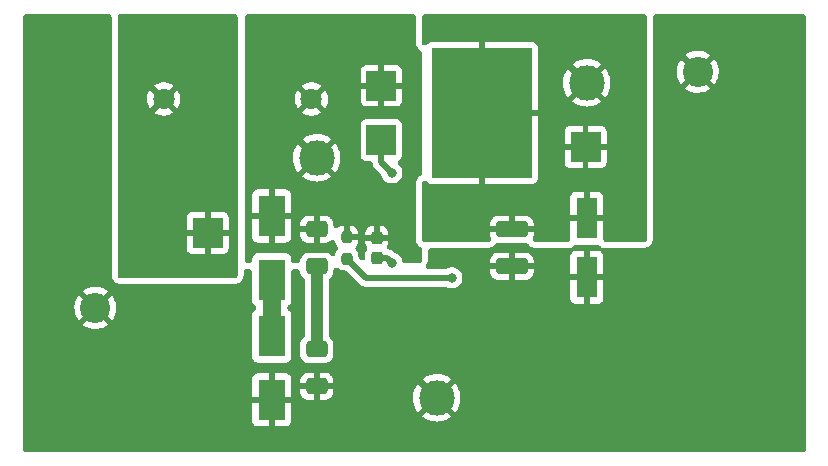
<source format=gbl>
G04 #@! TF.GenerationSoftware,KiCad,Pcbnew,(6.0.10)*
G04 #@! TF.CreationDate,2023-01-16T22:35:13+01:00*
G04 #@! TF.ProjectId,IdealDiode,49646561-6c44-4696-9f64-652e6b696361,rev?*
G04 #@! TF.SameCoordinates,Original*
G04 #@! TF.FileFunction,Copper,L2,Bot*
G04 #@! TF.FilePolarity,Positive*
%FSLAX46Y46*%
G04 Gerber Fmt 4.6, Leading zero omitted, Abs format (unit mm)*
G04 Created by KiCad (PCBNEW (6.0.10)) date 2023-01-16 22:35:13*
%MOMM*%
%LPD*%
G01*
G04 APERTURE LIST*
G04 Aperture macros list*
%AMRoundRect*
0 Rectangle with rounded corners*
0 $1 Rounding radius*
0 $2 $3 $4 $5 $6 $7 $8 $9 X,Y pos of 4 corners*
0 Add a 4 corners polygon primitive as box body*
4,1,4,$2,$3,$4,$5,$6,$7,$8,$9,$2,$3,0*
0 Add four circle primitives for the rounded corners*
1,1,$1+$1,$2,$3*
1,1,$1+$1,$4,$5*
1,1,$1+$1,$6,$7*
1,1,$1+$1,$8,$9*
0 Add four rect primitives between the rounded corners*
20,1,$1+$1,$2,$3,$4,$5,0*
20,1,$1+$1,$4,$5,$6,$7,0*
20,1,$1+$1,$6,$7,$8,$9,0*
20,1,$1+$1,$8,$9,$2,$3,0*%
G04 Aperture macros list end*
G04 #@! TA.AperFunction,ComponentPad*
%ADD10R,2.550000X2.550000*%
G04 #@! TD*
G04 #@! TA.AperFunction,ComponentPad*
%ADD11C,2.550000*%
G04 #@! TD*
G04 #@! TA.AperFunction,ComponentPad*
%ADD12C,1.803400*%
G04 #@! TD*
G04 #@! TA.AperFunction,SMDPad,CuDef*
%ADD13RoundRect,0.250000X-0.650000X0.412500X-0.650000X-0.412500X0.650000X-0.412500X0.650000X0.412500X0*%
G04 #@! TD*
G04 #@! TA.AperFunction,SMDPad,CuDef*
%ADD14R,2.500000X2.500000*%
G04 #@! TD*
G04 #@! TA.AperFunction,SMDPad,CuDef*
%ADD15R,8.500000X11.000000*%
G04 #@! TD*
G04 #@! TA.AperFunction,SMDPad,CuDef*
%ADD16R,2.300000X3.500000*%
G04 #@! TD*
G04 #@! TA.AperFunction,SMDPad,CuDef*
%ADD17C,3.000000*%
G04 #@! TD*
G04 #@! TA.AperFunction,SMDPad,CuDef*
%ADD18RoundRect,0.237500X-0.237500X0.250000X-0.237500X-0.250000X0.237500X-0.250000X0.237500X0.250000X0*%
G04 #@! TD*
G04 #@! TA.AperFunction,SMDPad,CuDef*
%ADD19RoundRect,0.250000X-1.100000X0.412500X-1.100000X-0.412500X1.100000X-0.412500X1.100000X0.412500X0*%
G04 #@! TD*
G04 #@! TA.AperFunction,SMDPad,CuDef*
%ADD20RoundRect,0.237500X-0.237500X0.300000X-0.237500X-0.300000X0.237500X-0.300000X0.237500X0.300000X0*%
G04 #@! TD*
G04 #@! TA.AperFunction,SMDPad,CuDef*
%ADD21R,1.800000X3.500000*%
G04 #@! TD*
G04 #@! TA.AperFunction,ViaPad*
%ADD22C,0.800000*%
G04 #@! TD*
G04 #@! TA.AperFunction,Conductor*
%ADD23C,0.500000*%
G04 #@! TD*
G04 #@! TA.AperFunction,Conductor*
%ADD24C,1.000000*%
G04 #@! TD*
G04 #@! TA.AperFunction,Conductor*
%ADD25C,1.500000*%
G04 #@! TD*
G04 APERTURE END LIST*
D10*
X119027800Y-83819850D03*
D11*
X109527800Y-90169850D03*
D12*
X127812800Y-72488350D03*
X115316000Y-72488350D03*
D10*
X151025000Y-76535000D03*
D11*
X160525000Y-70185000D03*
D13*
X128270000Y-93687500D03*
X128270000Y-96812500D03*
D14*
X133740000Y-75960000D03*
D15*
X142240000Y-73660000D03*
D14*
X133740000Y-71360000D03*
D16*
X124460000Y-97950000D03*
X124460000Y-92550000D03*
D17*
X138430000Y-97790000D03*
D18*
X130810000Y-84177500D03*
X130810000Y-86002500D03*
D17*
X128270000Y-77470000D03*
D19*
X144780000Y-83527500D03*
X144780000Y-86652500D03*
D17*
X151130000Y-71120000D03*
D16*
X124460000Y-82390000D03*
X124460000Y-87790000D03*
D13*
X128270000Y-83527500D03*
X128270000Y-86652500D03*
D20*
X133350000Y-84227500D03*
X133350000Y-85952500D03*
D21*
X151130000Y-82590000D03*
X151130000Y-87590000D03*
D22*
X134620000Y-86360000D03*
X134620000Y-82550000D03*
X139700000Y-77470000D03*
X144780000Y-71120000D03*
X140970000Y-74930000D03*
X142240000Y-69850000D03*
X144780000Y-76200000D03*
X144780000Y-73660000D03*
X139700000Y-71120000D03*
X140970000Y-73660000D03*
X139700000Y-74930000D03*
X144780000Y-72390000D03*
X140970000Y-77470000D03*
X144780000Y-74930000D03*
X143510000Y-76200000D03*
X144780000Y-69850000D03*
X143510000Y-73660000D03*
X144780000Y-77470000D03*
X143510000Y-74930000D03*
X142240000Y-71120000D03*
X142240000Y-77470000D03*
X140970000Y-76200000D03*
X143510000Y-77470000D03*
X143510000Y-72390000D03*
X142240000Y-72390000D03*
X143510000Y-71120000D03*
X139700000Y-69850000D03*
X143510000Y-69850000D03*
X142240000Y-74930000D03*
X139700000Y-73660000D03*
X139700000Y-72390000D03*
X140970000Y-72390000D03*
X139700000Y-76200000D03*
X140970000Y-71120000D03*
X140970000Y-69850000D03*
X142240000Y-76200000D03*
X142240000Y-73660000D03*
X134620000Y-78740000D03*
X139700000Y-87630000D03*
D23*
X134212500Y-85952500D02*
X134620000Y-86360000D01*
X133350000Y-85952500D02*
X134212500Y-85952500D01*
D24*
X128270000Y-86652500D02*
X128270000Y-93687500D01*
D25*
X124460000Y-87790000D02*
X124460000Y-92550000D01*
D23*
X133740000Y-77860000D02*
X133740000Y-75960000D01*
X134620000Y-78740000D02*
X133740000Y-77860000D01*
X132437500Y-87630000D02*
X130810000Y-86002500D01*
X139700000Y-87630000D02*
X132437500Y-87630000D01*
G04 #@! TA.AperFunction,Conductor*
G36*
X121414088Y-65289454D02*
G01*
X121494870Y-65343430D01*
X121548846Y-65424212D01*
X121567800Y-65519500D01*
X121567800Y-87381000D01*
X121548846Y-87476288D01*
X121494870Y-87557070D01*
X121414088Y-87611046D01*
X121318800Y-87630000D01*
X111656800Y-87630000D01*
X111561512Y-87611046D01*
X111480730Y-87557070D01*
X111426754Y-87476288D01*
X111407800Y-87381000D01*
X111407800Y-85135443D01*
X117252800Y-85135443D01*
X117253527Y-85148878D01*
X117257756Y-85187805D01*
X117264922Y-85217939D01*
X117303491Y-85320823D01*
X117320354Y-85351624D01*
X117384971Y-85437842D01*
X117409808Y-85462679D01*
X117496026Y-85527296D01*
X117526827Y-85544159D01*
X117629711Y-85582728D01*
X117659845Y-85589894D01*
X117698772Y-85594123D01*
X117712207Y-85594850D01*
X118753273Y-85594850D01*
X118773731Y-85590781D01*
X118777800Y-85570323D01*
X119277800Y-85570323D01*
X119281869Y-85590781D01*
X119302327Y-85594850D01*
X120343393Y-85594850D01*
X120356828Y-85594123D01*
X120395755Y-85589894D01*
X120425889Y-85582728D01*
X120528773Y-85544159D01*
X120559574Y-85527296D01*
X120645792Y-85462679D01*
X120670629Y-85437842D01*
X120735246Y-85351624D01*
X120752109Y-85320823D01*
X120790678Y-85217939D01*
X120797844Y-85187805D01*
X120802073Y-85148878D01*
X120802800Y-85135443D01*
X120802800Y-84094377D01*
X120798731Y-84073919D01*
X120778273Y-84069850D01*
X119302327Y-84069850D01*
X119281869Y-84073919D01*
X119277800Y-84094377D01*
X119277800Y-85570323D01*
X118777800Y-85570323D01*
X118777800Y-84094377D01*
X118773731Y-84073919D01*
X118753273Y-84069850D01*
X117277327Y-84069850D01*
X117256869Y-84073919D01*
X117252800Y-84094377D01*
X117252800Y-85135443D01*
X111407800Y-85135443D01*
X111407800Y-83545323D01*
X117252800Y-83545323D01*
X117256869Y-83565781D01*
X117277327Y-83569850D01*
X118753273Y-83569850D01*
X118773731Y-83565781D01*
X118777800Y-83545323D01*
X119277800Y-83545323D01*
X119281869Y-83565781D01*
X119302327Y-83569850D01*
X120778273Y-83569850D01*
X120798731Y-83565781D01*
X120802800Y-83545323D01*
X120802800Y-82504257D01*
X120802073Y-82490822D01*
X120797844Y-82451895D01*
X120790678Y-82421761D01*
X120752109Y-82318877D01*
X120735246Y-82288076D01*
X120670629Y-82201858D01*
X120645792Y-82177021D01*
X120559574Y-82112404D01*
X120528773Y-82095541D01*
X120425889Y-82056972D01*
X120395755Y-82049806D01*
X120356828Y-82045577D01*
X120343393Y-82044850D01*
X119302327Y-82044850D01*
X119281869Y-82048919D01*
X119277800Y-82069377D01*
X119277800Y-83545323D01*
X118777800Y-83545323D01*
X118777800Y-82069377D01*
X118773731Y-82048919D01*
X118753273Y-82044850D01*
X117712207Y-82044850D01*
X117698772Y-82045577D01*
X117659845Y-82049806D01*
X117629711Y-82056972D01*
X117526827Y-82095541D01*
X117496026Y-82112404D01*
X117409808Y-82177021D01*
X117384971Y-82201858D01*
X117320354Y-82288076D01*
X117303491Y-82318877D01*
X117264922Y-82421761D01*
X117257756Y-82451895D01*
X117253527Y-82490822D01*
X117252800Y-82504257D01*
X117252800Y-83545323D01*
X111407800Y-83545323D01*
X111407800Y-73643497D01*
X114520161Y-73643497D01*
X114522720Y-73647327D01*
X114528215Y-73651566D01*
X114699445Y-73751624D01*
X114717819Y-73760428D01*
X114914049Y-73835361D01*
X114933616Y-73841045D01*
X115139451Y-73882923D01*
X115159673Y-73885334D01*
X115369590Y-73893032D01*
X115389940Y-73892107D01*
X115598294Y-73865417D01*
X115618215Y-73861183D01*
X115819412Y-73800821D01*
X115838379Y-73793388D01*
X116027014Y-73700976D01*
X116044509Y-73690547D01*
X116094666Y-73654771D01*
X116108953Y-73639583D01*
X116105080Y-73630984D01*
X115333342Y-72859245D01*
X115316000Y-72847658D01*
X115298658Y-72859245D01*
X114531749Y-73626155D01*
X114520161Y-73643497D01*
X111407800Y-73643497D01*
X111407800Y-72464193D01*
X113910505Y-72464193D01*
X113922596Y-72673894D01*
X113925431Y-72694069D01*
X113971610Y-72898979D01*
X113977702Y-72918422D01*
X114056729Y-73113043D01*
X114065914Y-73131226D01*
X114149480Y-73267592D01*
X114163637Y-73282906D01*
X114169215Y-73280849D01*
X114172675Y-73278121D01*
X114945105Y-72505692D01*
X114956692Y-72488350D01*
X115675308Y-72488350D01*
X115686895Y-72505692D01*
X116450893Y-73269689D01*
X116468235Y-73281277D01*
X116476189Y-73275962D01*
X116515643Y-73221055D01*
X116526138Y-73203589D01*
X116619208Y-73015277D01*
X116626703Y-72996347D01*
X116687768Y-72795357D01*
X116692073Y-72775447D01*
X116719962Y-72563616D01*
X116720987Y-72550444D01*
X116722342Y-72494976D01*
X116721961Y-72481744D01*
X116704455Y-72268809D01*
X116701130Y-72248725D01*
X116649955Y-72044991D01*
X116643391Y-72025711D01*
X116559631Y-71833074D01*
X116550009Y-71815129D01*
X116481927Y-71709890D01*
X116467399Y-71694924D01*
X116460429Y-71697691D01*
X116459302Y-71698602D01*
X115686895Y-72471008D01*
X115675308Y-72488350D01*
X114956692Y-72488350D01*
X114945105Y-72471008D01*
X114181224Y-71707128D01*
X114163882Y-71695540D01*
X114156669Y-71700360D01*
X114098804Y-71785187D01*
X114088754Y-71802879D01*
X114000305Y-71993425D01*
X113993277Y-72012526D01*
X113937139Y-72214952D01*
X113933323Y-72234959D01*
X113911002Y-72443819D01*
X113910505Y-72464193D01*
X111407800Y-72464193D01*
X111407800Y-71336351D01*
X114522440Y-71336351D01*
X114526954Y-71345751D01*
X115298659Y-72117456D01*
X115316000Y-72129043D01*
X115333342Y-72117455D01*
X116099134Y-71351662D01*
X116110722Y-71334320D01*
X116104292Y-71324697D01*
X116102366Y-71323177D01*
X116085399Y-71311904D01*
X115901501Y-71210386D01*
X115882932Y-71202040D01*
X115684920Y-71131921D01*
X115665219Y-71126716D01*
X115458427Y-71089881D01*
X115438142Y-71087963D01*
X115228113Y-71085397D01*
X115207781Y-71086819D01*
X115000142Y-71118592D01*
X114980335Y-71123311D01*
X114780682Y-71188568D01*
X114761887Y-71196468D01*
X114575566Y-71293460D01*
X114558339Y-71304309D01*
X114536358Y-71320813D01*
X114522440Y-71336351D01*
X111407800Y-71336351D01*
X111407800Y-65519500D01*
X111426754Y-65424212D01*
X111480730Y-65343430D01*
X111561512Y-65289454D01*
X111656800Y-65270500D01*
X121318800Y-65270500D01*
X121414088Y-65289454D01*
G37*
G04 #@! TD.AperFunction*
G04 #@! TA.AperFunction,Conductor*
G36*
X110748588Y-65289454D02*
G01*
X110829370Y-65343430D01*
X110883346Y-65424212D01*
X110902300Y-65519500D01*
X110902300Y-87381000D01*
X110912013Y-87479618D01*
X110930967Y-87574906D01*
X110944349Y-87627335D01*
X111006444Y-87757126D01*
X111060420Y-87837908D01*
X111062430Y-87840593D01*
X111084093Y-87869531D01*
X111092853Y-87881233D01*
X111101954Y-87889408D01*
X111101956Y-87889410D01*
X111186761Y-87965585D01*
X111199892Y-87977380D01*
X111280674Y-88031356D01*
X111327209Y-88058966D01*
X111383572Y-88078850D01*
X111454508Y-88103875D01*
X111454513Y-88103876D01*
X111462894Y-88106833D01*
X111471606Y-88108566D01*
X111471610Y-88108567D01*
X111509353Y-88116074D01*
X111558182Y-88125787D01*
X111656800Y-88135500D01*
X121318800Y-88135500D01*
X121417418Y-88125787D01*
X121512706Y-88106833D01*
X121565135Y-88093451D01*
X121694926Y-88031356D01*
X121775708Y-87977380D01*
X121783644Y-87971439D01*
X121809238Y-87952280D01*
X121809241Y-87952277D01*
X121819033Y-87944947D01*
X121915180Y-87837908D01*
X121969156Y-87757126D01*
X121996766Y-87710591D01*
X122016650Y-87654228D01*
X122041675Y-87583292D01*
X122041676Y-87583287D01*
X122044633Y-87574906D01*
X122063587Y-87479618D01*
X122073300Y-87381000D01*
X122073300Y-87105787D01*
X122092254Y-87010499D01*
X122146230Y-86929717D01*
X122227012Y-86875741D01*
X122322300Y-86856787D01*
X122346705Y-86857986D01*
X122416915Y-86864901D01*
X122416921Y-86864901D01*
X122423000Y-86865500D01*
X122560500Y-86865500D01*
X122655788Y-86884454D01*
X122736570Y-86938430D01*
X122790546Y-87019212D01*
X122809500Y-87114500D01*
X122809501Y-88349927D01*
X122809501Y-89587376D01*
X122816149Y-89648580D01*
X122866474Y-89782824D01*
X122952454Y-89897546D01*
X122966652Y-89908187D01*
X122966654Y-89908189D01*
X123050127Y-89970749D01*
X123115010Y-90043062D01*
X123147281Y-90134701D01*
X123142027Y-90231714D01*
X123100047Y-90319331D01*
X123050127Y-90369251D01*
X122966654Y-90431811D01*
X122966652Y-90431813D01*
X122952454Y-90442454D01*
X122866474Y-90557176D01*
X122816149Y-90691420D01*
X122809500Y-90752623D01*
X122809501Y-94347376D01*
X122816149Y-94408580D01*
X122866474Y-94542824D01*
X122952454Y-94657546D01*
X123067176Y-94743526D01*
X123083787Y-94749753D01*
X123186804Y-94788372D01*
X123186805Y-94788372D01*
X123201420Y-94793851D01*
X123262623Y-94800500D01*
X124459200Y-94800500D01*
X125657376Y-94800499D01*
X125718580Y-94793851D01*
X125852824Y-94743526D01*
X125967546Y-94657546D01*
X126053526Y-94542824D01*
X126103851Y-94408580D01*
X126110500Y-94347377D01*
X126110499Y-90752624D01*
X126103851Y-90691420D01*
X126053526Y-90557176D01*
X125967546Y-90442454D01*
X125953348Y-90431813D01*
X125953346Y-90431811D01*
X125869873Y-90369251D01*
X125804990Y-90296938D01*
X125772719Y-90205299D01*
X125777973Y-90108286D01*
X125819953Y-90020669D01*
X125869873Y-89970749D01*
X125953346Y-89908189D01*
X125953348Y-89908187D01*
X125967546Y-89897546D01*
X126053526Y-89782824D01*
X126103851Y-89648580D01*
X126110500Y-89587377D01*
X126110499Y-87114499D01*
X126129453Y-87019212D01*
X126183429Y-86938430D01*
X126264211Y-86884454D01*
X126359499Y-86865500D01*
X126620500Y-86865500D01*
X126715788Y-86884454D01*
X126796570Y-86938430D01*
X126850546Y-87019212D01*
X126867035Y-87102107D01*
X126869167Y-87101997D01*
X126869500Y-87108434D01*
X126869500Y-87114866D01*
X126870164Y-87121262D01*
X126870164Y-87121269D01*
X126878953Y-87205971D01*
X126880359Y-87219519D01*
X126884667Y-87232432D01*
X126884668Y-87232436D01*
X126919197Y-87335931D01*
X126935744Y-87385529D01*
X127027834Y-87534345D01*
X127151689Y-87657984D01*
X127164002Y-87665574D01*
X127174827Y-87674123D01*
X127237859Y-87748056D01*
X127267800Y-87840483D01*
X127269500Y-87869531D01*
X127269500Y-92470556D01*
X127250546Y-92565844D01*
X127196570Y-92646626D01*
X127173338Y-92665029D01*
X127174294Y-92666235D01*
X127162953Y-92675224D01*
X127150655Y-92682834D01*
X127027016Y-92806689D01*
X126935186Y-92955666D01*
X126930630Y-92969403D01*
X126884803Y-93107564D01*
X126880090Y-93121772D01*
X126869500Y-93225134D01*
X126869500Y-94149866D01*
X126880359Y-94254519D01*
X126935744Y-94420529D01*
X127027834Y-94569345D01*
X127151689Y-94692984D01*
X127164003Y-94700574D01*
X127164005Y-94700576D01*
X127216424Y-94732887D01*
X127300666Y-94784814D01*
X127382069Y-94811815D01*
X127453864Y-94835629D01*
X127453868Y-94835630D01*
X127466772Y-94839910D01*
X127480300Y-94841296D01*
X127563815Y-94849853D01*
X127563823Y-94849853D01*
X127570134Y-94850500D01*
X128969866Y-94850500D01*
X128976262Y-94849836D01*
X128976269Y-94849836D01*
X129060971Y-94841047D01*
X129060973Y-94841047D01*
X129074519Y-94839641D01*
X129087432Y-94835333D01*
X129087436Y-94835332D01*
X129226810Y-94788833D01*
X129240529Y-94784256D01*
X129252826Y-94776646D01*
X129252829Y-94776645D01*
X129336581Y-94724817D01*
X129389345Y-94692166D01*
X129512984Y-94568311D01*
X129528695Y-94542824D01*
X129597220Y-94431654D01*
X129597220Y-94431653D01*
X129604814Y-94419334D01*
X129631815Y-94337931D01*
X129655629Y-94266136D01*
X129655630Y-94266132D01*
X129659910Y-94253228D01*
X129670500Y-94149866D01*
X129670500Y-93225134D01*
X129659641Y-93120481D01*
X129604256Y-92954471D01*
X129512166Y-92805655D01*
X129388311Y-92682016D01*
X129375998Y-92674426D01*
X129365173Y-92665877D01*
X129302141Y-92591944D01*
X129272200Y-92499517D01*
X129270500Y-92470469D01*
X129270500Y-89380593D01*
X149730000Y-89380593D01*
X149730727Y-89394028D01*
X149734956Y-89432955D01*
X149742122Y-89463089D01*
X149780691Y-89565973D01*
X149797554Y-89596774D01*
X149862171Y-89682992D01*
X149887008Y-89707829D01*
X149973226Y-89772446D01*
X150004027Y-89789309D01*
X150106911Y-89827878D01*
X150137045Y-89835044D01*
X150175972Y-89839273D01*
X150189407Y-89840000D01*
X150855473Y-89840000D01*
X150875931Y-89835931D01*
X150880000Y-89815473D01*
X151380000Y-89815473D01*
X151384069Y-89835931D01*
X151404527Y-89840000D01*
X152070593Y-89840000D01*
X152084028Y-89839273D01*
X152122955Y-89835044D01*
X152153089Y-89827878D01*
X152255973Y-89789309D01*
X152286774Y-89772446D01*
X152372992Y-89707829D01*
X152397829Y-89682992D01*
X152462446Y-89596774D01*
X152479309Y-89565973D01*
X152517878Y-89463089D01*
X152525044Y-89432955D01*
X152529273Y-89394028D01*
X152530000Y-89380593D01*
X152530000Y-87864527D01*
X152525931Y-87844069D01*
X152505473Y-87840000D01*
X151404527Y-87840000D01*
X151384069Y-87844069D01*
X151380000Y-87864527D01*
X151380000Y-89815473D01*
X150880000Y-89815473D01*
X150880000Y-87864527D01*
X150875931Y-87844069D01*
X150855473Y-87840000D01*
X149754527Y-87840000D01*
X149734069Y-87844069D01*
X149730000Y-87864527D01*
X149730000Y-89380593D01*
X129270500Y-89380593D01*
X129270500Y-87869444D01*
X129289454Y-87774156D01*
X129343430Y-87693374D01*
X129366662Y-87674971D01*
X129365706Y-87673765D01*
X129377047Y-87664776D01*
X129389345Y-87657166D01*
X129512984Y-87533311D01*
X129549832Y-87473533D01*
X129597220Y-87396654D01*
X129597220Y-87396653D01*
X129604814Y-87384334D01*
X129641368Y-87274129D01*
X129655629Y-87231136D01*
X129655630Y-87231132D01*
X129659910Y-87218228D01*
X129670500Y-87114866D01*
X129670500Y-86995287D01*
X129689454Y-86899999D01*
X129743430Y-86819217D01*
X129824212Y-86765241D01*
X129919500Y-86746287D01*
X130014788Y-86765241D01*
X130095415Y-86819063D01*
X130098534Y-86822176D01*
X130111989Y-86835608D01*
X130124303Y-86843198D01*
X130124305Y-86843200D01*
X130246170Y-86918318D01*
X130246173Y-86918319D01*
X130258484Y-86925908D01*
X130272208Y-86930460D01*
X130272210Y-86930461D01*
X130296236Y-86938430D01*
X130421824Y-86980086D01*
X130435351Y-86981472D01*
X130517146Y-86989853D01*
X130517154Y-86989853D01*
X130523465Y-86990500D01*
X130633492Y-86990500D01*
X130728780Y-87009454D01*
X130809562Y-87063430D01*
X131853253Y-88107121D01*
X131873267Y-88130411D01*
X131876308Y-88133672D01*
X131884883Y-88145324D01*
X131895910Y-88154692D01*
X131920865Y-88175893D01*
X131927260Y-88181788D01*
X131927291Y-88181753D01*
X131932697Y-88186565D01*
X131937803Y-88191671D01*
X131943472Y-88196156D01*
X131943473Y-88196157D01*
X131958165Y-88207781D01*
X131964889Y-88213294D01*
X132007230Y-88249266D01*
X132007232Y-88249268D01*
X132018255Y-88258632D01*
X132030054Y-88264657D01*
X132040449Y-88272881D01*
X132103932Y-88302551D01*
X132111718Y-88306357D01*
X132174116Y-88338219D01*
X132186986Y-88341368D01*
X132198993Y-88346980D01*
X132213158Y-88349926D01*
X132213160Y-88349927D01*
X132241994Y-88355924D01*
X132267586Y-88361248D01*
X132276051Y-88363163D01*
X132333324Y-88377178D01*
X132333338Y-88377180D01*
X132344106Y-88379815D01*
X132355148Y-88380500D01*
X132358995Y-88380500D01*
X132360350Y-88380542D01*
X132370331Y-88382618D01*
X132384788Y-88382227D01*
X132384790Y-88382227D01*
X132445252Y-88380591D01*
X132451986Y-88380500D01*
X139124994Y-88380500D01*
X139220282Y-88399454D01*
X139241324Y-88409831D01*
X139247270Y-88414151D01*
X139259188Y-88419457D01*
X139259191Y-88419459D01*
X139277308Y-88427525D01*
X139420197Y-88491144D01*
X139605354Y-88530500D01*
X139794646Y-88530500D01*
X139979803Y-88491144D01*
X140114090Y-88431355D01*
X140140807Y-88419460D01*
X140140811Y-88419458D01*
X140152730Y-88414151D01*
X140172959Y-88399454D01*
X140295319Y-88310555D01*
X140295322Y-88310552D01*
X140305871Y-88302888D01*
X140314599Y-88293195D01*
X140423799Y-88171917D01*
X140423803Y-88171912D01*
X140432533Y-88162216D01*
X140527179Y-87998284D01*
X140562555Y-87889410D01*
X140581642Y-87830666D01*
X140581643Y-87830664D01*
X140585674Y-87818256D01*
X140605460Y-87630000D01*
X140585674Y-87441744D01*
X140570952Y-87396433D01*
X140531212Y-87274129D01*
X140527179Y-87261716D01*
X140438657Y-87108391D01*
X142930001Y-87108391D01*
X142930666Y-87121240D01*
X142939445Y-87205868D01*
X142945163Y-87232339D01*
X142991622Y-87371594D01*
X143003811Y-87397615D01*
X143080618Y-87521734D01*
X143098464Y-87544250D01*
X143201761Y-87647366D01*
X143224317Y-87665181D01*
X143348567Y-87741770D01*
X143374606Y-87753912D01*
X143513966Y-87800135D01*
X143540402Y-87805803D01*
X143623846Y-87814353D01*
X143636515Y-87815000D01*
X144505473Y-87815000D01*
X144525931Y-87810931D01*
X144530000Y-87790473D01*
X144530000Y-87790472D01*
X145030000Y-87790472D01*
X145034069Y-87810930D01*
X145054527Y-87814999D01*
X145923391Y-87814999D01*
X145936240Y-87814334D01*
X146020868Y-87805555D01*
X146047339Y-87799837D01*
X146186594Y-87753378D01*
X146212615Y-87741189D01*
X146336734Y-87664382D01*
X146359250Y-87646536D01*
X146462366Y-87543239D01*
X146480181Y-87520683D01*
X146556770Y-87396433D01*
X146568912Y-87370394D01*
X146587128Y-87315473D01*
X149730000Y-87315473D01*
X149734069Y-87335931D01*
X149754527Y-87340000D01*
X150855473Y-87340000D01*
X150875931Y-87335931D01*
X150880000Y-87315473D01*
X151380000Y-87315473D01*
X151384069Y-87335931D01*
X151404527Y-87340000D01*
X152505473Y-87340000D01*
X152525931Y-87335931D01*
X152530000Y-87315473D01*
X152530000Y-85799407D01*
X152529273Y-85785972D01*
X152525044Y-85747045D01*
X152517878Y-85716911D01*
X152479309Y-85614027D01*
X152462446Y-85583226D01*
X152397829Y-85497008D01*
X152384780Y-85483959D01*
X152330804Y-85403177D01*
X152311850Y-85307889D01*
X152321447Y-85259640D01*
X152319952Y-85262160D01*
X152242176Y-85320383D01*
X152148039Y-85344411D01*
X152107817Y-85343311D01*
X152084043Y-85340728D01*
X152070593Y-85340000D01*
X151404527Y-85340000D01*
X151384069Y-85344069D01*
X151380000Y-85364527D01*
X151380000Y-87315473D01*
X150880000Y-87315473D01*
X150880000Y-85364527D01*
X150875931Y-85344069D01*
X150855473Y-85340000D01*
X150189407Y-85340000D01*
X150175970Y-85340728D01*
X150158678Y-85342606D01*
X150061901Y-85334053D01*
X149975762Y-85289117D01*
X149936095Y-85241760D01*
X149943365Y-85259310D01*
X149943366Y-85356465D01*
X149906187Y-85446225D01*
X149875220Y-85483959D01*
X149862171Y-85497008D01*
X149797554Y-85583226D01*
X149780691Y-85614027D01*
X149742122Y-85716911D01*
X149734956Y-85747045D01*
X149730727Y-85785972D01*
X149730000Y-85799407D01*
X149730000Y-87315473D01*
X146587128Y-87315473D01*
X146615135Y-87231034D01*
X146620803Y-87204598D01*
X146629353Y-87121154D01*
X146630000Y-87108485D01*
X146630000Y-86927027D01*
X146625931Y-86906569D01*
X146605473Y-86902500D01*
X145054527Y-86902500D01*
X145034069Y-86906569D01*
X145030000Y-86927027D01*
X145030000Y-87790472D01*
X144530000Y-87790472D01*
X144530000Y-86927027D01*
X144525931Y-86906569D01*
X144505473Y-86902500D01*
X142954528Y-86902500D01*
X142934070Y-86906569D01*
X142930001Y-86927027D01*
X142930001Y-87108391D01*
X140438657Y-87108391D01*
X140432533Y-87097784D01*
X140423803Y-87088088D01*
X140423799Y-87088083D01*
X140314599Y-86966805D01*
X140314597Y-86966803D01*
X140305871Y-86957112D01*
X140295322Y-86949448D01*
X140295319Y-86949445D01*
X140163286Y-86853518D01*
X140163284Y-86853517D01*
X140152730Y-86845849D01*
X140140811Y-86840542D01*
X140140807Y-86840540D01*
X140064509Y-86806570D01*
X139979803Y-86768856D01*
X139794646Y-86729500D01*
X139605354Y-86729500D01*
X139420197Y-86768856D01*
X139335491Y-86806570D01*
X139259191Y-86840541D01*
X139259188Y-86840543D01*
X139247270Y-86845849D01*
X139244567Y-86847813D01*
X139157493Y-86877370D01*
X139124994Y-86879500D01*
X137765027Y-86879500D01*
X137669739Y-86860546D01*
X137588957Y-86806570D01*
X137534981Y-86725788D01*
X137516027Y-86630500D01*
X137534981Y-86535212D01*
X137557986Y-86492171D01*
X137559502Y-86489902D01*
X137559516Y-86489880D01*
X137561356Y-86487126D01*
X137588966Y-86440591D01*
X137611056Y-86377973D01*
X142930000Y-86377973D01*
X142934069Y-86398431D01*
X142954527Y-86402500D01*
X144505473Y-86402500D01*
X144525931Y-86398431D01*
X144530000Y-86377973D01*
X145030000Y-86377973D01*
X145034069Y-86398431D01*
X145054527Y-86402500D01*
X146605472Y-86402500D01*
X146625930Y-86398431D01*
X146629999Y-86377973D01*
X146629999Y-86196609D01*
X146629334Y-86183760D01*
X146620555Y-86099132D01*
X146614837Y-86072661D01*
X146568378Y-85933406D01*
X146556189Y-85907385D01*
X146479382Y-85783266D01*
X146461536Y-85760750D01*
X146358239Y-85657634D01*
X146335683Y-85639819D01*
X146211433Y-85563230D01*
X146185394Y-85551088D01*
X146046034Y-85504865D01*
X146019598Y-85499197D01*
X145936154Y-85490647D01*
X145923485Y-85490000D01*
X145054527Y-85490000D01*
X145034069Y-85494069D01*
X145030000Y-85514527D01*
X145030000Y-86377973D01*
X144530000Y-86377973D01*
X144530000Y-85514528D01*
X144525931Y-85494070D01*
X144505473Y-85490001D01*
X143636609Y-85490001D01*
X143623760Y-85490666D01*
X143539132Y-85499445D01*
X143512661Y-85505163D01*
X143373406Y-85551622D01*
X143347385Y-85563811D01*
X143223266Y-85640618D01*
X143200750Y-85658464D01*
X143097634Y-85761761D01*
X143079819Y-85784317D01*
X143003230Y-85908567D01*
X142991088Y-85934606D01*
X142944865Y-86073966D01*
X142939197Y-86100402D01*
X142930647Y-86183846D01*
X142930000Y-86196515D01*
X142930000Y-86377973D01*
X137611056Y-86377973D01*
X137636833Y-86304906D01*
X137655787Y-86209618D01*
X137665500Y-86111000D01*
X137665500Y-85336500D01*
X137684454Y-85241212D01*
X137738430Y-85160430D01*
X137819212Y-85106454D01*
X137914500Y-85087500D01*
X142757958Y-85087500D01*
X142762948Y-85087097D01*
X142762958Y-85087097D01*
X142834014Y-85081364D01*
X142838997Y-85080962D01*
X142843938Y-85080159D01*
X142843942Y-85080159D01*
X142865897Y-85076593D01*
X142917801Y-85068163D01*
X142930070Y-85065716D01*
X142942456Y-85063245D01*
X142942460Y-85063244D01*
X142953367Y-85061068D01*
X142963713Y-85056989D01*
X142963719Y-85056987D01*
X143078946Y-85011555D01*
X143078948Y-85011554D01*
X143087219Y-85008293D01*
X143094940Y-85003889D01*
X143094944Y-85003887D01*
X143139591Y-84978420D01*
X143171611Y-84960156D01*
X143217115Y-84930866D01*
X143320581Y-84830884D01*
X143359564Y-84780626D01*
X143432942Y-84716952D01*
X143525103Y-84686204D01*
X143581691Y-84685537D01*
X143601654Y-84687582D01*
X143630134Y-84690500D01*
X145929866Y-84690500D01*
X145936262Y-84689836D01*
X145936269Y-84689836D01*
X145976665Y-84685644D01*
X146073401Y-84694662D01*
X146159321Y-84740013D01*
X146205298Y-84789137D01*
X146205813Y-84789908D01*
X146238246Y-84833233D01*
X146247347Y-84841408D01*
X146247349Y-84841410D01*
X146324295Y-84910526D01*
X146345285Y-84929380D01*
X146426067Y-84983356D01*
X146472602Y-85010966D01*
X146512882Y-85025176D01*
X146599901Y-85055875D01*
X146599906Y-85055876D01*
X146608287Y-85058833D01*
X146616999Y-85060566D01*
X146617003Y-85060567D01*
X146653010Y-85067729D01*
X146703575Y-85077787D01*
X146802193Y-85087500D01*
X149481000Y-85087500D01*
X149579618Y-85077787D01*
X149585611Y-85076595D01*
X149585624Y-85076593D01*
X149650571Y-85063674D01*
X149747726Y-85063673D01*
X149837486Y-85100852D01*
X149896005Y-85159371D01*
X149884243Y-85121953D01*
X149892796Y-85025176D01*
X149937732Y-84939037D01*
X149963739Y-84911321D01*
X149971438Y-84904279D01*
X149975117Y-84901526D01*
X150056247Y-84852399D01*
X150152286Y-84837710D01*
X150168061Y-84838918D01*
X150182623Y-84840500D01*
X151129367Y-84840500D01*
X152077376Y-84840499D01*
X152096865Y-84838382D01*
X152193641Y-84846935D01*
X152279779Y-84891872D01*
X152290145Y-84900684D01*
X152301102Y-84910526D01*
X152359325Y-84988302D01*
X152383353Y-85082439D01*
X152373916Y-85148079D01*
X152384780Y-85131819D01*
X152465562Y-85077843D01*
X152560850Y-85058889D01*
X152609429Y-85063674D01*
X152674376Y-85076593D01*
X152674389Y-85076595D01*
X152680382Y-85077787D01*
X152779000Y-85087500D01*
X155961000Y-85087500D01*
X156059618Y-85077787D01*
X156154906Y-85058833D01*
X156207335Y-85045451D01*
X156337126Y-84983356D01*
X156417908Y-84929380D01*
X156443094Y-84910526D01*
X156451438Y-84904280D01*
X156451441Y-84904277D01*
X156461233Y-84896947D01*
X156557380Y-84789908D01*
X156611356Y-84709126D01*
X156638966Y-84662591D01*
X156686833Y-84526906D01*
X156705787Y-84431618D01*
X156715500Y-84333000D01*
X156715500Y-71604522D01*
X159464786Y-71604522D01*
X159470313Y-71612794D01*
X159574299Y-71689038D01*
X159589937Y-71698810D01*
X159807055Y-71813042D01*
X159823964Y-71820394D01*
X160055580Y-71901278D01*
X160073391Y-71906050D01*
X160314425Y-71951812D01*
X160332731Y-71953898D01*
X160577892Y-71963530D01*
X160596300Y-71962888D01*
X160840190Y-71936177D01*
X160858313Y-71932818D01*
X161095561Y-71870356D01*
X161112999Y-71864351D01*
X161338417Y-71767504D01*
X161354753Y-71759000D01*
X161563385Y-71629895D01*
X161575216Y-71621299D01*
X161587298Y-71606111D01*
X161580759Y-71594313D01*
X160542341Y-70555894D01*
X160525000Y-70544307D01*
X160507659Y-70555894D01*
X159476373Y-71587181D01*
X159464786Y-71604522D01*
X156715500Y-71604522D01*
X156715500Y-70147642D01*
X158746077Y-70147642D01*
X158757848Y-70392703D01*
X158760091Y-70410976D01*
X158807957Y-70651614D01*
X158812884Y-70669378D01*
X158895786Y-70900282D01*
X158903284Y-70917123D01*
X159019411Y-71133245D01*
X159029311Y-71148784D01*
X159090884Y-71231240D01*
X159106382Y-71245194D01*
X159115692Y-71240754D01*
X160154106Y-70202341D01*
X160165693Y-70185000D01*
X160884307Y-70185000D01*
X160895894Y-70202341D01*
X161930472Y-71236918D01*
X161947813Y-71248505D01*
X161953912Y-71244430D01*
X161955018Y-71243057D01*
X162084274Y-71042106D01*
X162093069Y-71025906D01*
X162193838Y-70802208D01*
X162200139Y-70784895D01*
X162266733Y-70548771D01*
X162270410Y-70530698D01*
X162301750Y-70284354D01*
X162302701Y-70271916D01*
X162304814Y-70191240D01*
X162304514Y-70178769D01*
X162286110Y-69931120D01*
X162283385Y-69912889D01*
X162229239Y-69673597D01*
X162223851Y-69655974D01*
X162134928Y-69427306D01*
X162127000Y-69410686D01*
X162005251Y-69197667D01*
X161994947Y-69182392D01*
X161959972Y-69138027D01*
X161944111Y-69124480D01*
X161933840Y-69129714D01*
X160895894Y-70167659D01*
X160884307Y-70185000D01*
X160165693Y-70185000D01*
X160154106Y-70167659D01*
X159121347Y-69134901D01*
X159104006Y-69123314D01*
X159093234Y-69130512D01*
X159081806Y-69144253D01*
X159071095Y-69159269D01*
X158943824Y-69369005D01*
X158935455Y-69385429D01*
X158840582Y-69611677D01*
X158834729Y-69629171D01*
X158774342Y-69866945D01*
X158771139Y-69885110D01*
X158746559Y-70129207D01*
X158746077Y-70147642D01*
X156715500Y-70147642D01*
X156715500Y-68764126D01*
X159462142Y-68764126D01*
X159465099Y-68771443D01*
X159465542Y-68771988D01*
X160507659Y-69814106D01*
X160525000Y-69825693D01*
X160542341Y-69814106D01*
X161574445Y-68782001D01*
X161586032Y-68764660D01*
X161581060Y-68757219D01*
X161436003Y-68656590D01*
X161420115Y-68647231D01*
X161200077Y-68538720D01*
X161182996Y-68531819D01*
X160949325Y-68457020D01*
X160931406Y-68452719D01*
X160689250Y-68413280D01*
X160670903Y-68411675D01*
X160425574Y-68408464D01*
X160407180Y-68409589D01*
X160164068Y-68442675D01*
X160146054Y-68446505D01*
X159910512Y-68515159D01*
X159893250Y-68521612D01*
X159670440Y-68624329D01*
X159654327Y-68633261D01*
X159477014Y-68749512D01*
X159462142Y-68764126D01*
X156715500Y-68764126D01*
X156715500Y-65519500D01*
X156734454Y-65424212D01*
X156788430Y-65343430D01*
X156869212Y-65289454D01*
X156964500Y-65270500D01*
X169430500Y-65270500D01*
X169525788Y-65289454D01*
X169606570Y-65343430D01*
X169660546Y-65424212D01*
X169679500Y-65519500D01*
X169679500Y-102120500D01*
X169660546Y-102215788D01*
X169606570Y-102296570D01*
X169525788Y-102350546D01*
X169430500Y-102369500D01*
X103619500Y-102369500D01*
X103524212Y-102350546D01*
X103443430Y-102296570D01*
X103389454Y-102215788D01*
X103370500Y-102120500D01*
X103370500Y-99740593D01*
X122810000Y-99740593D01*
X122810727Y-99754028D01*
X122814956Y-99792955D01*
X122822122Y-99823089D01*
X122860691Y-99925973D01*
X122877554Y-99956774D01*
X122942171Y-100042992D01*
X122967008Y-100067829D01*
X123053226Y-100132446D01*
X123084027Y-100149309D01*
X123186911Y-100187878D01*
X123217045Y-100195044D01*
X123255972Y-100199273D01*
X123269407Y-100200000D01*
X124185473Y-100200000D01*
X124205931Y-100195931D01*
X124210000Y-100175473D01*
X124710000Y-100175473D01*
X124714069Y-100195931D01*
X124734527Y-100200000D01*
X125650593Y-100200000D01*
X125664028Y-100199273D01*
X125702955Y-100195044D01*
X125733089Y-100187878D01*
X125835973Y-100149309D01*
X125866774Y-100132446D01*
X125952992Y-100067829D01*
X125977829Y-100042992D01*
X126042446Y-99956774D01*
X126059309Y-99925973D01*
X126097878Y-99823089D01*
X126105044Y-99792955D01*
X126109273Y-99754028D01*
X126110000Y-99740593D01*
X126110000Y-99370354D01*
X137208954Y-99370354D01*
X137215818Y-99380627D01*
X137270223Y-99424920D01*
X137284591Y-99435018D01*
X137512155Y-99572022D01*
X137527816Y-99580002D01*
X137772397Y-99683569D01*
X137789025Y-99689262D01*
X138045765Y-99757335D01*
X138063025Y-99760628D01*
X138326797Y-99791847D01*
X138344353Y-99792675D01*
X138609895Y-99786417D01*
X138627383Y-99784764D01*
X138889399Y-99741153D01*
X138906477Y-99737053D01*
X139159741Y-99656956D01*
X139176064Y-99650493D01*
X139415510Y-99535513D01*
X139430769Y-99526810D01*
X139647574Y-99381945D01*
X139654174Y-99373157D01*
X139646325Y-99359879D01*
X138447341Y-98160894D01*
X138430000Y-98149307D01*
X138412659Y-98160894D01*
X137220541Y-99353013D01*
X137208954Y-99370354D01*
X126110000Y-99370354D01*
X126110000Y-98224527D01*
X126105931Y-98204069D01*
X126085473Y-98200000D01*
X124734527Y-98200000D01*
X124714069Y-98204069D01*
X124710000Y-98224527D01*
X124710000Y-100175473D01*
X124210000Y-100175473D01*
X124210000Y-98224527D01*
X124205931Y-98204069D01*
X124185473Y-98200000D01*
X122834527Y-98200000D01*
X122814069Y-98204069D01*
X122810000Y-98224527D01*
X122810000Y-99740593D01*
X103370500Y-99740593D01*
X103370500Y-97675473D01*
X122810000Y-97675473D01*
X122814069Y-97695931D01*
X122834527Y-97700000D01*
X124185473Y-97700000D01*
X124205931Y-97695931D01*
X124210000Y-97675473D01*
X124710000Y-97675473D01*
X124714069Y-97695931D01*
X124734527Y-97700000D01*
X126085473Y-97700000D01*
X126105931Y-97695931D01*
X126110000Y-97675473D01*
X126110000Y-97268391D01*
X126870001Y-97268391D01*
X126870666Y-97281240D01*
X126879445Y-97365868D01*
X126885163Y-97392339D01*
X126931622Y-97531594D01*
X126943811Y-97557615D01*
X127020618Y-97681734D01*
X127038464Y-97704250D01*
X127141761Y-97807366D01*
X127164317Y-97825181D01*
X127288567Y-97901770D01*
X127314606Y-97913912D01*
X127453966Y-97960135D01*
X127480402Y-97965803D01*
X127563846Y-97974353D01*
X127576515Y-97975000D01*
X127995473Y-97975000D01*
X128015931Y-97970931D01*
X128020000Y-97950473D01*
X128020000Y-97950472D01*
X128520000Y-97950472D01*
X128524069Y-97970930D01*
X128544527Y-97974999D01*
X128963391Y-97974999D01*
X128976240Y-97974334D01*
X129060868Y-97965555D01*
X129087339Y-97959837D01*
X129226594Y-97913378D01*
X129252615Y-97901189D01*
X129376734Y-97824382D01*
X129399250Y-97806536D01*
X129469847Y-97735815D01*
X136426226Y-97735815D01*
X136436654Y-98001229D01*
X136438583Y-98018696D01*
X136486301Y-98279974D01*
X136490676Y-98297015D01*
X136574735Y-98548971D01*
X136581455Y-98565194D01*
X136700186Y-98802816D01*
X136709120Y-98817922D01*
X136833885Y-98998440D01*
X136848864Y-99012956D01*
X136857021Y-99009426D01*
X138059106Y-97807341D01*
X138070693Y-97790000D01*
X138789307Y-97790000D01*
X138800894Y-97807341D01*
X139993705Y-99000151D01*
X140011046Y-99011738D01*
X140022081Y-99004365D01*
X140046504Y-98975310D01*
X140056824Y-98961106D01*
X140197384Y-98735725D01*
X140205610Y-98720189D01*
X140313005Y-98477264D01*
X140318959Y-98460727D01*
X140391057Y-98205089D01*
X140394620Y-98187884D01*
X140430306Y-97922202D01*
X140431352Y-97909546D01*
X140434909Y-97796357D01*
X140434660Y-97783655D01*
X140415727Y-97516265D01*
X140413252Y-97498871D01*
X140357344Y-97239187D01*
X140352449Y-97222338D01*
X140260509Y-96973127D01*
X140253285Y-96957125D01*
X140127151Y-96723357D01*
X140117740Y-96708529D01*
X140024951Y-96582902D01*
X140009524Y-96568864D01*
X140000393Y-96573161D01*
X138800894Y-97772659D01*
X138789307Y-97790000D01*
X138070693Y-97790000D01*
X138059106Y-97772659D01*
X136867330Y-96580884D01*
X136849989Y-96569297D01*
X136840404Y-96575702D01*
X136777063Y-96656048D01*
X136767191Y-96670576D01*
X136633779Y-96900261D01*
X136626051Y-96916036D01*
X136526335Y-97162224D01*
X136520905Y-97178934D01*
X136456869Y-97436723D01*
X136453851Y-97454018D01*
X136426778Y-97718258D01*
X136426226Y-97735815D01*
X129469847Y-97735815D01*
X129502366Y-97703239D01*
X129520181Y-97680683D01*
X129596770Y-97556433D01*
X129608912Y-97530394D01*
X129655135Y-97391034D01*
X129660803Y-97364598D01*
X129669353Y-97281154D01*
X129670000Y-97268485D01*
X129670000Y-97087027D01*
X129665931Y-97066569D01*
X129645473Y-97062500D01*
X128544527Y-97062500D01*
X128524069Y-97066569D01*
X128520000Y-97087027D01*
X128520000Y-97950472D01*
X128020000Y-97950472D01*
X128020000Y-97087027D01*
X128015931Y-97066569D01*
X127995473Y-97062500D01*
X126894528Y-97062500D01*
X126874070Y-97066569D01*
X126870001Y-97087027D01*
X126870001Y-97268391D01*
X126110000Y-97268391D01*
X126110000Y-96537973D01*
X126870000Y-96537973D01*
X126874069Y-96558431D01*
X126894527Y-96562500D01*
X127995473Y-96562500D01*
X128015931Y-96558431D01*
X128020000Y-96537973D01*
X128520000Y-96537973D01*
X128524069Y-96558431D01*
X128544527Y-96562500D01*
X129645472Y-96562500D01*
X129665930Y-96558431D01*
X129669999Y-96537973D01*
X129669999Y-96356609D01*
X129669334Y-96343760D01*
X129660555Y-96259132D01*
X129654837Y-96232661D01*
X129647226Y-96209848D01*
X137208134Y-96209848D01*
X137212029Y-96218475D01*
X138412659Y-97419106D01*
X138430000Y-97430693D01*
X138447341Y-97419106D01*
X139639124Y-96227322D01*
X139650711Y-96209981D01*
X139644723Y-96201020D01*
X139537847Y-96119454D01*
X139523177Y-96109817D01*
X139291412Y-95980023D01*
X139275522Y-95972546D01*
X139027789Y-95876706D01*
X139011012Y-95871544D01*
X138752250Y-95811566D01*
X138734889Y-95808817D01*
X138470266Y-95785898D01*
X138452709Y-95785622D01*
X138187484Y-95800218D01*
X138170059Y-95802419D01*
X137909536Y-95854240D01*
X137892598Y-95858874D01*
X137641987Y-95946883D01*
X137625862Y-95953860D01*
X137390141Y-96076308D01*
X137375173Y-96085481D01*
X137222410Y-96194646D01*
X137208134Y-96209848D01*
X129647226Y-96209848D01*
X129608378Y-96093406D01*
X129596189Y-96067385D01*
X129519382Y-95943266D01*
X129501536Y-95920750D01*
X129398239Y-95817634D01*
X129375683Y-95799819D01*
X129251433Y-95723230D01*
X129225394Y-95711088D01*
X129086034Y-95664865D01*
X129059598Y-95659197D01*
X128976154Y-95650647D01*
X128963485Y-95650000D01*
X128544527Y-95650000D01*
X128524069Y-95654069D01*
X128520000Y-95674527D01*
X128520000Y-96537973D01*
X128020000Y-96537973D01*
X128020000Y-95674528D01*
X128015931Y-95654070D01*
X127995473Y-95650001D01*
X127576609Y-95650001D01*
X127563760Y-95650666D01*
X127479132Y-95659445D01*
X127452661Y-95665163D01*
X127313406Y-95711622D01*
X127287385Y-95723811D01*
X127163266Y-95800618D01*
X127140750Y-95818464D01*
X127037634Y-95921761D01*
X127019819Y-95944317D01*
X126943230Y-96068567D01*
X126931088Y-96094606D01*
X126884865Y-96233966D01*
X126879197Y-96260402D01*
X126870647Y-96343846D01*
X126870000Y-96356515D01*
X126870000Y-96537973D01*
X126110000Y-96537973D01*
X126110000Y-96159407D01*
X126109273Y-96145972D01*
X126105044Y-96107045D01*
X126097878Y-96076911D01*
X126059309Y-95974027D01*
X126042446Y-95943226D01*
X125977829Y-95857008D01*
X125952992Y-95832171D01*
X125866774Y-95767554D01*
X125835973Y-95750691D01*
X125733089Y-95712122D01*
X125702955Y-95704956D01*
X125664028Y-95700727D01*
X125650593Y-95700000D01*
X124734527Y-95700000D01*
X124714069Y-95704069D01*
X124710000Y-95724527D01*
X124710000Y-97675473D01*
X124210000Y-97675473D01*
X124210000Y-95724527D01*
X124205931Y-95704069D01*
X124185473Y-95700000D01*
X123269407Y-95700000D01*
X123255972Y-95700727D01*
X123217045Y-95704956D01*
X123186911Y-95712122D01*
X123084027Y-95750691D01*
X123053226Y-95767554D01*
X122967008Y-95832171D01*
X122942171Y-95857008D01*
X122877554Y-95943226D01*
X122860691Y-95974027D01*
X122822122Y-96076911D01*
X122814956Y-96107045D01*
X122810727Y-96145972D01*
X122810000Y-96159407D01*
X122810000Y-97675473D01*
X103370500Y-97675473D01*
X103370500Y-91589372D01*
X108467586Y-91589372D01*
X108473113Y-91597644D01*
X108577099Y-91673888D01*
X108592737Y-91683660D01*
X108809855Y-91797892D01*
X108826764Y-91805244D01*
X109058380Y-91886128D01*
X109076191Y-91890900D01*
X109317225Y-91936662D01*
X109335531Y-91938748D01*
X109580692Y-91948380D01*
X109599100Y-91947738D01*
X109842990Y-91921027D01*
X109861113Y-91917668D01*
X110098361Y-91855206D01*
X110115799Y-91849201D01*
X110341217Y-91752354D01*
X110357553Y-91743850D01*
X110566185Y-91614745D01*
X110578016Y-91606149D01*
X110590098Y-91590961D01*
X110583559Y-91579163D01*
X109545141Y-90540744D01*
X109527800Y-90529157D01*
X109510459Y-90540744D01*
X108479173Y-91572031D01*
X108467586Y-91589372D01*
X103370500Y-91589372D01*
X103370500Y-90132492D01*
X107748877Y-90132492D01*
X107760648Y-90377553D01*
X107762891Y-90395826D01*
X107810757Y-90636464D01*
X107815684Y-90654228D01*
X107898586Y-90885132D01*
X107906084Y-90901973D01*
X108022211Y-91118095D01*
X108032111Y-91133634D01*
X108093684Y-91216090D01*
X108109182Y-91230044D01*
X108118492Y-91225604D01*
X109156906Y-90187191D01*
X109168493Y-90169850D01*
X109887107Y-90169850D01*
X109898694Y-90187191D01*
X110933272Y-91221768D01*
X110950613Y-91233355D01*
X110956712Y-91229280D01*
X110957818Y-91227907D01*
X111087074Y-91026956D01*
X111095869Y-91010756D01*
X111196638Y-90787058D01*
X111202939Y-90769745D01*
X111269533Y-90533621D01*
X111273210Y-90515548D01*
X111304550Y-90269204D01*
X111305501Y-90256766D01*
X111307614Y-90176090D01*
X111307314Y-90163619D01*
X111288910Y-89915970D01*
X111286185Y-89897739D01*
X111232039Y-89658447D01*
X111226651Y-89640824D01*
X111137728Y-89412156D01*
X111129800Y-89395536D01*
X111008051Y-89182517D01*
X110997747Y-89167242D01*
X110962772Y-89122877D01*
X110946911Y-89109330D01*
X110936640Y-89114564D01*
X109898694Y-90152509D01*
X109887107Y-90169850D01*
X109168493Y-90169850D01*
X109156906Y-90152509D01*
X108124147Y-89119751D01*
X108106806Y-89108164D01*
X108096034Y-89115362D01*
X108084606Y-89129103D01*
X108073895Y-89144119D01*
X107946624Y-89353855D01*
X107938255Y-89370279D01*
X107843382Y-89596527D01*
X107837529Y-89614021D01*
X107777142Y-89851795D01*
X107773939Y-89869960D01*
X107749359Y-90114057D01*
X107748877Y-90132492D01*
X103370500Y-90132492D01*
X103370500Y-88748976D01*
X108464942Y-88748976D01*
X108467899Y-88756293D01*
X108468342Y-88756838D01*
X109510459Y-89798956D01*
X109527800Y-89810543D01*
X109545141Y-89798956D01*
X110577245Y-88766851D01*
X110588832Y-88749510D01*
X110583860Y-88742069D01*
X110438803Y-88641440D01*
X110422915Y-88632081D01*
X110202877Y-88523570D01*
X110185796Y-88516669D01*
X109952125Y-88441870D01*
X109934206Y-88437569D01*
X109692050Y-88398130D01*
X109673703Y-88396525D01*
X109428374Y-88393314D01*
X109409980Y-88394439D01*
X109166868Y-88427525D01*
X109148854Y-88431355D01*
X108913312Y-88500009D01*
X108896050Y-88506462D01*
X108673240Y-88609179D01*
X108657127Y-88618111D01*
X108479814Y-88734362D01*
X108464942Y-88748976D01*
X103370500Y-88748976D01*
X103370500Y-65519500D01*
X103389454Y-65424212D01*
X103443430Y-65343430D01*
X103524212Y-65289454D01*
X103619500Y-65270500D01*
X110653300Y-65270500D01*
X110748588Y-65289454D01*
G37*
G04 #@! TD.AperFunction*
G04 #@! TA.AperFunction,Conductor*
G36*
X156056288Y-65289454D02*
G01*
X156137070Y-65343430D01*
X156191046Y-65424212D01*
X156210000Y-65519500D01*
X156210000Y-84333000D01*
X156191046Y-84428288D01*
X156137070Y-84509070D01*
X156056288Y-84563046D01*
X155961000Y-84582000D01*
X152779000Y-84582000D01*
X152683712Y-84563046D01*
X152602930Y-84509070D01*
X152548954Y-84428288D01*
X152530000Y-84333000D01*
X152530000Y-82864527D01*
X152525931Y-82844069D01*
X152505473Y-82840000D01*
X149754527Y-82840000D01*
X149734069Y-82844069D01*
X149730000Y-82864527D01*
X149730000Y-84333000D01*
X149711046Y-84428288D01*
X149657070Y-84509070D01*
X149576288Y-84563046D01*
X149481000Y-84582000D01*
X146802193Y-84582000D01*
X146706905Y-84563046D01*
X146626123Y-84509070D01*
X146572147Y-84428288D01*
X146553193Y-84333000D01*
X146565854Y-84254609D01*
X146615137Y-84106026D01*
X146620803Y-84079598D01*
X146629353Y-83996154D01*
X146630000Y-83983485D01*
X146630000Y-83802027D01*
X146625931Y-83781569D01*
X146605473Y-83777500D01*
X142954528Y-83777500D01*
X142934070Y-83781569D01*
X142930001Y-83802027D01*
X142930001Y-83983391D01*
X142930666Y-83996240D01*
X142939445Y-84080868D01*
X142945162Y-84107336D01*
X142994159Y-84254196D01*
X143006336Y-84350585D01*
X142980700Y-84444296D01*
X142921154Y-84521064D01*
X142836762Y-84569201D01*
X142757958Y-84582000D01*
X137409000Y-84582000D01*
X137313712Y-84563046D01*
X137232930Y-84509070D01*
X137178954Y-84428288D01*
X137160000Y-84333000D01*
X137160000Y-83252973D01*
X142930000Y-83252973D01*
X142934069Y-83273431D01*
X142954527Y-83277500D01*
X144505473Y-83277500D01*
X144525931Y-83273431D01*
X144530000Y-83252973D01*
X145030000Y-83252973D01*
X145034069Y-83273431D01*
X145054527Y-83277500D01*
X146605472Y-83277500D01*
X146625930Y-83273431D01*
X146629999Y-83252973D01*
X146629999Y-83071609D01*
X146629334Y-83058760D01*
X146620555Y-82974132D01*
X146614837Y-82947661D01*
X146568378Y-82808406D01*
X146556189Y-82782385D01*
X146479382Y-82658266D01*
X146461536Y-82635750D01*
X146358239Y-82532634D01*
X146335683Y-82514819D01*
X146211433Y-82438230D01*
X146185394Y-82426088D01*
X146046034Y-82379865D01*
X146019598Y-82374197D01*
X145936154Y-82365647D01*
X145923485Y-82365000D01*
X145054527Y-82365000D01*
X145034069Y-82369069D01*
X145030000Y-82389527D01*
X145030000Y-83252973D01*
X144530000Y-83252973D01*
X144530000Y-82389528D01*
X144525931Y-82369070D01*
X144505473Y-82365001D01*
X143636609Y-82365001D01*
X143623760Y-82365666D01*
X143539132Y-82374445D01*
X143512661Y-82380163D01*
X143373406Y-82426622D01*
X143347385Y-82438811D01*
X143223266Y-82515618D01*
X143200750Y-82533464D01*
X143097634Y-82636761D01*
X143079819Y-82659317D01*
X143003230Y-82783567D01*
X142991088Y-82809606D01*
X142944865Y-82948966D01*
X142939197Y-82975402D01*
X142930647Y-83058846D01*
X142930000Y-83071515D01*
X142930000Y-83252973D01*
X137160000Y-83252973D01*
X137160000Y-82315473D01*
X149730000Y-82315473D01*
X149734069Y-82335931D01*
X149754527Y-82340000D01*
X150855473Y-82340000D01*
X150875931Y-82335931D01*
X150880000Y-82315473D01*
X151380000Y-82315473D01*
X151384069Y-82335931D01*
X151404527Y-82340000D01*
X152505473Y-82340000D01*
X152525931Y-82335931D01*
X152530000Y-82315473D01*
X152530000Y-80799407D01*
X152529273Y-80785972D01*
X152525044Y-80747045D01*
X152517878Y-80716911D01*
X152479309Y-80614027D01*
X152462446Y-80583226D01*
X152397829Y-80497008D01*
X152372992Y-80472171D01*
X152286774Y-80407554D01*
X152255973Y-80390691D01*
X152153089Y-80352122D01*
X152122955Y-80344956D01*
X152084028Y-80340727D01*
X152070593Y-80340000D01*
X151404527Y-80340000D01*
X151384069Y-80344069D01*
X151380000Y-80364527D01*
X151380000Y-82315473D01*
X150880000Y-82315473D01*
X150880000Y-80364527D01*
X150875931Y-80344069D01*
X150855473Y-80340000D01*
X150189407Y-80340000D01*
X150175972Y-80340727D01*
X150137045Y-80344956D01*
X150106911Y-80352122D01*
X150004027Y-80390691D01*
X149973226Y-80407554D01*
X149887008Y-80472171D01*
X149862171Y-80497008D01*
X149797554Y-80583226D01*
X149780691Y-80614027D01*
X149742122Y-80716911D01*
X149734956Y-80747045D01*
X149730727Y-80785972D01*
X149730000Y-80799407D01*
X149730000Y-82315473D01*
X137160000Y-82315473D01*
X137160000Y-79633751D01*
X137178954Y-79538463D01*
X137232930Y-79457681D01*
X137313712Y-79403705D01*
X137409000Y-79384751D01*
X137504288Y-79403705D01*
X137585070Y-79457681D01*
X137608252Y-79484420D01*
X137622171Y-79502992D01*
X137647008Y-79527829D01*
X137733226Y-79592446D01*
X137764027Y-79609309D01*
X137866911Y-79647878D01*
X137897045Y-79655044D01*
X137935972Y-79659273D01*
X137949407Y-79660000D01*
X141965473Y-79660000D01*
X141985931Y-79655931D01*
X141990000Y-79635473D01*
X142490000Y-79635473D01*
X142494069Y-79655931D01*
X142514527Y-79660000D01*
X146530593Y-79660000D01*
X146544028Y-79659273D01*
X146582955Y-79655044D01*
X146613089Y-79647878D01*
X146715973Y-79609309D01*
X146746774Y-79592446D01*
X146832992Y-79527829D01*
X146857829Y-79502992D01*
X146922446Y-79416774D01*
X146939309Y-79385973D01*
X146977878Y-79283089D01*
X146985044Y-79252955D01*
X146989273Y-79214028D01*
X146990000Y-79200593D01*
X146990000Y-77850593D01*
X149250000Y-77850593D01*
X149250727Y-77864028D01*
X149254956Y-77902955D01*
X149262122Y-77933089D01*
X149300691Y-78035973D01*
X149317554Y-78066774D01*
X149382171Y-78152992D01*
X149407008Y-78177829D01*
X149493226Y-78242446D01*
X149524027Y-78259309D01*
X149626911Y-78297878D01*
X149657045Y-78305044D01*
X149695972Y-78309273D01*
X149709407Y-78310000D01*
X150750473Y-78310000D01*
X150770931Y-78305931D01*
X150775000Y-78285473D01*
X151275000Y-78285473D01*
X151279069Y-78305931D01*
X151299527Y-78310000D01*
X152340593Y-78310000D01*
X152354028Y-78309273D01*
X152392955Y-78305044D01*
X152423089Y-78297878D01*
X152525973Y-78259309D01*
X152556774Y-78242446D01*
X152642992Y-78177829D01*
X152667829Y-78152992D01*
X152732446Y-78066774D01*
X152749309Y-78035973D01*
X152787878Y-77933089D01*
X152795044Y-77902955D01*
X152799273Y-77864028D01*
X152800000Y-77850593D01*
X152800000Y-76809527D01*
X152795931Y-76789069D01*
X152775473Y-76785000D01*
X151299527Y-76785000D01*
X151279069Y-76789069D01*
X151275000Y-76809527D01*
X151275000Y-78285473D01*
X150775000Y-78285473D01*
X150775000Y-76809527D01*
X150770931Y-76789069D01*
X150750473Y-76785000D01*
X149274527Y-76785000D01*
X149254069Y-76789069D01*
X149250000Y-76809527D01*
X149250000Y-77850593D01*
X146990000Y-77850593D01*
X146990000Y-76260473D01*
X149250000Y-76260473D01*
X149254069Y-76280931D01*
X149274527Y-76285000D01*
X150750473Y-76285000D01*
X150770931Y-76280931D01*
X150775000Y-76260473D01*
X151275000Y-76260473D01*
X151279069Y-76280931D01*
X151299527Y-76285000D01*
X152775473Y-76285000D01*
X152795931Y-76280931D01*
X152800000Y-76260473D01*
X152800000Y-75219407D01*
X152799273Y-75205972D01*
X152795044Y-75167045D01*
X152787878Y-75136911D01*
X152749309Y-75034027D01*
X152732446Y-75003226D01*
X152667829Y-74917008D01*
X152642992Y-74892171D01*
X152556774Y-74827554D01*
X152525973Y-74810691D01*
X152423089Y-74772122D01*
X152392955Y-74764956D01*
X152354028Y-74760727D01*
X152340593Y-74760000D01*
X151299527Y-74760000D01*
X151279069Y-74764069D01*
X151275000Y-74784527D01*
X151275000Y-76260473D01*
X150775000Y-76260473D01*
X150775000Y-74784527D01*
X150770931Y-74764069D01*
X150750473Y-74760000D01*
X149709407Y-74760000D01*
X149695972Y-74760727D01*
X149657045Y-74764956D01*
X149626911Y-74772122D01*
X149524027Y-74810691D01*
X149493226Y-74827554D01*
X149407008Y-74892171D01*
X149382171Y-74917008D01*
X149317554Y-75003226D01*
X149300691Y-75034027D01*
X149262122Y-75136911D01*
X149254956Y-75167045D01*
X149250727Y-75205972D01*
X149250000Y-75219407D01*
X149250000Y-76260473D01*
X146990000Y-76260473D01*
X146990000Y-73934527D01*
X146985931Y-73914069D01*
X146965473Y-73910000D01*
X142514527Y-73910000D01*
X142494069Y-73914069D01*
X142490000Y-73934527D01*
X142490000Y-79635473D01*
X141990000Y-79635473D01*
X141990000Y-73385473D01*
X142490000Y-73385473D01*
X142494069Y-73405931D01*
X142514527Y-73410000D01*
X146965473Y-73410000D01*
X146985931Y-73405931D01*
X146990000Y-73385473D01*
X146990000Y-72700354D01*
X149908954Y-72700354D01*
X149915818Y-72710627D01*
X149970223Y-72754920D01*
X149984591Y-72765018D01*
X150212155Y-72902022D01*
X150227816Y-72910002D01*
X150472397Y-73013569D01*
X150489025Y-73019262D01*
X150745765Y-73087335D01*
X150763025Y-73090628D01*
X151026797Y-73121847D01*
X151044353Y-73122675D01*
X151309895Y-73116417D01*
X151327383Y-73114764D01*
X151589399Y-73071153D01*
X151606477Y-73067053D01*
X151859741Y-72986956D01*
X151876064Y-72980493D01*
X152115510Y-72865513D01*
X152130769Y-72856810D01*
X152347574Y-72711945D01*
X152354174Y-72703157D01*
X152346325Y-72689879D01*
X151147341Y-71490894D01*
X151130000Y-71479307D01*
X151112659Y-71490894D01*
X149920541Y-72683013D01*
X149908954Y-72700354D01*
X146990000Y-72700354D01*
X146990000Y-71065815D01*
X149126226Y-71065815D01*
X149136654Y-71331229D01*
X149138583Y-71348696D01*
X149186301Y-71609974D01*
X149190676Y-71627015D01*
X149274735Y-71878971D01*
X149281455Y-71895194D01*
X149400186Y-72132816D01*
X149409120Y-72147922D01*
X149533885Y-72328440D01*
X149548864Y-72342956D01*
X149557021Y-72339426D01*
X150759106Y-71137341D01*
X150770693Y-71120000D01*
X151489307Y-71120000D01*
X151500894Y-71137341D01*
X152693705Y-72330151D01*
X152711046Y-72341738D01*
X152722081Y-72334365D01*
X152746504Y-72305310D01*
X152756824Y-72291106D01*
X152897384Y-72065725D01*
X152905610Y-72050189D01*
X153013005Y-71807264D01*
X153018959Y-71790727D01*
X153091057Y-71535089D01*
X153094620Y-71517884D01*
X153130306Y-71252202D01*
X153131352Y-71239546D01*
X153134909Y-71126357D01*
X153134660Y-71113655D01*
X153115727Y-70846265D01*
X153113252Y-70828871D01*
X153057344Y-70569187D01*
X153052449Y-70552338D01*
X152960509Y-70303127D01*
X152953285Y-70287125D01*
X152827151Y-70053357D01*
X152817740Y-70038529D01*
X152724951Y-69912902D01*
X152709524Y-69898864D01*
X152700393Y-69903161D01*
X151500894Y-71102659D01*
X151489307Y-71120000D01*
X150770693Y-71120000D01*
X150759106Y-71102659D01*
X149567330Y-69910884D01*
X149549989Y-69899297D01*
X149540404Y-69905702D01*
X149477063Y-69986048D01*
X149467191Y-70000576D01*
X149333779Y-70230261D01*
X149326051Y-70246036D01*
X149226335Y-70492224D01*
X149220905Y-70508934D01*
X149156869Y-70766723D01*
X149153851Y-70784018D01*
X149126778Y-71048258D01*
X149126226Y-71065815D01*
X146990000Y-71065815D01*
X146990000Y-69539848D01*
X149908134Y-69539848D01*
X149912029Y-69548475D01*
X151112659Y-70749106D01*
X151130000Y-70760693D01*
X151147341Y-70749106D01*
X152339124Y-69557322D01*
X152350711Y-69539981D01*
X152344723Y-69531020D01*
X152237847Y-69449454D01*
X152223177Y-69439817D01*
X151991412Y-69310023D01*
X151975522Y-69302546D01*
X151727789Y-69206706D01*
X151711012Y-69201544D01*
X151452250Y-69141566D01*
X151434889Y-69138817D01*
X151170266Y-69115898D01*
X151152709Y-69115622D01*
X150887484Y-69130218D01*
X150870059Y-69132419D01*
X150609536Y-69184240D01*
X150592598Y-69188874D01*
X150341987Y-69276883D01*
X150325862Y-69283860D01*
X150090141Y-69406308D01*
X150075173Y-69415481D01*
X149922410Y-69524646D01*
X149908134Y-69539848D01*
X146990000Y-69539848D01*
X146990000Y-68119407D01*
X146989273Y-68105972D01*
X146985044Y-68067045D01*
X146977878Y-68036911D01*
X146939309Y-67934027D01*
X146922446Y-67903226D01*
X146857829Y-67817008D01*
X146832992Y-67792171D01*
X146746774Y-67727554D01*
X146715973Y-67710691D01*
X146613089Y-67672122D01*
X146582955Y-67664956D01*
X146544028Y-67660727D01*
X146530593Y-67660000D01*
X142514527Y-67660000D01*
X142494069Y-67664069D01*
X142490000Y-67684527D01*
X142490000Y-73385473D01*
X141990000Y-73385473D01*
X141990000Y-67684527D01*
X141985931Y-67664069D01*
X141965473Y-67660000D01*
X137949407Y-67660000D01*
X137935972Y-67660727D01*
X137897045Y-67664956D01*
X137866911Y-67672122D01*
X137764027Y-67710691D01*
X137733226Y-67727554D01*
X137647008Y-67792171D01*
X137622171Y-67817008D01*
X137608252Y-67835580D01*
X137535938Y-67900463D01*
X137444299Y-67932734D01*
X137347287Y-67927480D01*
X137259669Y-67885501D01*
X137194786Y-67813187D01*
X137162515Y-67721548D01*
X137160000Y-67686249D01*
X137160000Y-65519500D01*
X137178954Y-65424212D01*
X137232930Y-65343430D01*
X137313712Y-65289454D01*
X137409000Y-65270500D01*
X155961000Y-65270500D01*
X156056288Y-65289454D01*
G37*
G04 #@! TD.AperFunction*
G04 #@! TA.AperFunction,Conductor*
G36*
X136500788Y-65289454D02*
G01*
X136581570Y-65343430D01*
X136635546Y-65424212D01*
X136654500Y-65519500D01*
X136654500Y-67686249D01*
X136655778Y-67722174D01*
X136658293Y-67757473D01*
X136685716Y-67889455D01*
X136717987Y-67981094D01*
X136738666Y-68031098D01*
X136818535Y-68150775D01*
X136824471Y-68157391D01*
X136824475Y-68157396D01*
X136881186Y-68220602D01*
X136881197Y-68220613D01*
X136883418Y-68223089D01*
X136921664Y-68261377D01*
X136931832Y-68268179D01*
X136931833Y-68268180D01*
X137033852Y-68336428D01*
X137033856Y-68336430D01*
X137034563Y-68336903D01*
X137034565Y-68336905D01*
X137041252Y-68341378D01*
X137040690Y-68342218D01*
X137107720Y-68400361D01*
X137151162Y-68487262D01*
X137160000Y-68553012D01*
X137160000Y-78766984D01*
X137141046Y-78862272D01*
X137087070Y-78943054D01*
X137036351Y-78981731D01*
X137032874Y-78983395D01*
X137025490Y-78988329D01*
X137025486Y-78988331D01*
X136958614Y-79033013D01*
X136952092Y-79037371D01*
X136949407Y-79039381D01*
X136918562Y-79062471D01*
X136918559Y-79062474D01*
X136908767Y-79069804D01*
X136900592Y-79078905D01*
X136900590Y-79078907D01*
X136868154Y-79115018D01*
X136812620Y-79176843D01*
X136758644Y-79257625D01*
X136731034Y-79304160D01*
X136726966Y-79315692D01*
X136691208Y-79417053D01*
X136683167Y-79439845D01*
X136664213Y-79535133D01*
X136654500Y-79633751D01*
X136654500Y-84333000D01*
X136664213Y-84431618D01*
X136683167Y-84526906D01*
X136696549Y-84579335D01*
X136758644Y-84709126D01*
X136812620Y-84789908D01*
X136845053Y-84833233D01*
X136952092Y-84929380D01*
X137032874Y-84983356D01*
X137035714Y-84985041D01*
X137035733Y-84985053D01*
X137038069Y-84986439D01*
X137038389Y-84986726D01*
X137038566Y-84986838D01*
X137038547Y-84986868D01*
X137110343Y-85051367D01*
X137152269Y-85139010D01*
X137160000Y-85200576D01*
X137160000Y-86111000D01*
X137141046Y-86206288D01*
X137087070Y-86287070D01*
X137006288Y-86341046D01*
X136911000Y-86360000D01*
X135745931Y-86360000D01*
X135650643Y-86341046D01*
X135569861Y-86287070D01*
X135515885Y-86206288D01*
X135505938Y-86174252D01*
X135505674Y-86171744D01*
X135447179Y-85991716D01*
X135352533Y-85827784D01*
X135343803Y-85818088D01*
X135343799Y-85818083D01*
X135234599Y-85696805D01*
X135234597Y-85696803D01*
X135225871Y-85687112D01*
X135215322Y-85679448D01*
X135215319Y-85679445D01*
X135083286Y-85583518D01*
X135083284Y-85583517D01*
X135072730Y-85575849D01*
X135060811Y-85570542D01*
X135060807Y-85570540D01*
X134991090Y-85539500D01*
X134899803Y-85498856D01*
X134887039Y-85496143D01*
X134887033Y-85496141D01*
X134877492Y-85494113D01*
X134788227Y-85455761D01*
X134765768Y-85436409D01*
X134765117Y-85437175D01*
X134729121Y-85406594D01*
X134722741Y-85400712D01*
X134722709Y-85400748D01*
X134717303Y-85395936D01*
X134712197Y-85390830D01*
X134691835Y-85374720D01*
X134685139Y-85369230D01*
X134631745Y-85323868D01*
X134619945Y-85317843D01*
X134609551Y-85309619D01*
X134596442Y-85303492D01*
X134596435Y-85303488D01*
X134546075Y-85279951D01*
X134538268Y-85276135D01*
X134488775Y-85250863D01*
X134488772Y-85250862D01*
X134475884Y-85244281D01*
X134463010Y-85241131D01*
X134451007Y-85235521D01*
X134414234Y-85227872D01*
X134324802Y-85189910D01*
X134256706Y-85120614D01*
X134220312Y-85030533D01*
X134221160Y-84933382D01*
X134247540Y-84867096D01*
X134246749Y-84866727D01*
X134265007Y-84827574D01*
X134310315Y-84690976D01*
X134315980Y-84664548D01*
X134324352Y-84582827D01*
X134325000Y-84570157D01*
X134325000Y-84502027D01*
X134320931Y-84481569D01*
X134300473Y-84477500D01*
X132399528Y-84477500D01*
X132379070Y-84481569D01*
X132375001Y-84502027D01*
X132375001Y-84570063D01*
X132375666Y-84582912D01*
X132384264Y-84665795D01*
X132389982Y-84692266D01*
X132435518Y-84828756D01*
X132447704Y-84854771D01*
X132511839Y-84958411D01*
X132545863Y-85049414D01*
X132542473Y-85146510D01*
X132512068Y-85220095D01*
X132499954Y-85239747D01*
X132453227Y-85315553D01*
X132439092Y-85338484D01*
X132434540Y-85352208D01*
X132434539Y-85352210D01*
X132427065Y-85374744D01*
X132384914Y-85501824D01*
X132383528Y-85515351D01*
X132376544Y-85583518D01*
X132374500Y-85603465D01*
X132374500Y-85904493D01*
X132355546Y-85999781D01*
X132301570Y-86080563D01*
X132220788Y-86134539D01*
X132125500Y-86153493D01*
X132030212Y-86134539D01*
X131949430Y-86080563D01*
X131858429Y-85989562D01*
X131804453Y-85908780D01*
X131785499Y-85813492D01*
X131785499Y-85703466D01*
X131784452Y-85693367D01*
X131776228Y-85614104D01*
X131776227Y-85614101D01*
X131774822Y-85600555D01*
X131769138Y-85583518D01*
X131724937Y-85451031D01*
X131724936Y-85451029D01*
X131720359Y-85437310D01*
X131629803Y-85290972D01*
X131604595Y-85265808D01*
X131550548Y-85185074D01*
X131531511Y-85089803D01*
X131550382Y-84994498D01*
X131604289Y-84913668D01*
X131619991Y-84897939D01*
X131637805Y-84875383D01*
X131712862Y-84753618D01*
X131725007Y-84727574D01*
X131770315Y-84590976D01*
X131775980Y-84564548D01*
X131784352Y-84482827D01*
X131785000Y-84470157D01*
X131785000Y-84452027D01*
X131780931Y-84431569D01*
X131760473Y-84427500D01*
X130809000Y-84427500D01*
X130713712Y-84408546D01*
X130632930Y-84354570D01*
X130578954Y-84273788D01*
X130560000Y-84178500D01*
X130560000Y-83952973D01*
X132375000Y-83952973D01*
X132379069Y-83973431D01*
X132399527Y-83977500D01*
X133075473Y-83977500D01*
X133095931Y-83973431D01*
X133100000Y-83952973D01*
X133600000Y-83952973D01*
X133604069Y-83973431D01*
X133624527Y-83977500D01*
X134300472Y-83977500D01*
X134320930Y-83973431D01*
X134324999Y-83952973D01*
X134324999Y-83884937D01*
X134324334Y-83872088D01*
X134315736Y-83789205D01*
X134310018Y-83762734D01*
X134264482Y-83626244D01*
X134252294Y-83600225D01*
X134177019Y-83478583D01*
X134159173Y-83456067D01*
X134057939Y-83355009D01*
X134035383Y-83337195D01*
X133913618Y-83262138D01*
X133887574Y-83249993D01*
X133750976Y-83204685D01*
X133724548Y-83199020D01*
X133642827Y-83190648D01*
X133630157Y-83190000D01*
X133624527Y-83190000D01*
X133604069Y-83194069D01*
X133600000Y-83214527D01*
X133600000Y-83952973D01*
X133100000Y-83952973D01*
X133100000Y-83214528D01*
X133095931Y-83194070D01*
X133075473Y-83190001D01*
X133069937Y-83190001D01*
X133057088Y-83190666D01*
X132974205Y-83199264D01*
X132947734Y-83204982D01*
X132811244Y-83250518D01*
X132785225Y-83262706D01*
X132663583Y-83337981D01*
X132641067Y-83355827D01*
X132540009Y-83457061D01*
X132522195Y-83479617D01*
X132447138Y-83601382D01*
X132434993Y-83627426D01*
X132389685Y-83764024D01*
X132384020Y-83790452D01*
X132375648Y-83872173D01*
X132375000Y-83884843D01*
X132375000Y-83952973D01*
X130560000Y-83952973D01*
X130560000Y-83902973D01*
X131060000Y-83902973D01*
X131064069Y-83923431D01*
X131084527Y-83927500D01*
X131760472Y-83927500D01*
X131780930Y-83923431D01*
X131784999Y-83902973D01*
X131784999Y-83884937D01*
X131784334Y-83872088D01*
X131775736Y-83789205D01*
X131770018Y-83762734D01*
X131724482Y-83626244D01*
X131712294Y-83600225D01*
X131637019Y-83478583D01*
X131619173Y-83456067D01*
X131517939Y-83355009D01*
X131495383Y-83337195D01*
X131373618Y-83262138D01*
X131347574Y-83249993D01*
X131210976Y-83204685D01*
X131184548Y-83199020D01*
X131102827Y-83190648D01*
X131090157Y-83190000D01*
X131084527Y-83190000D01*
X131064069Y-83194069D01*
X131060000Y-83214527D01*
X131060000Y-83902973D01*
X130560000Y-83902973D01*
X130560000Y-83214528D01*
X130555931Y-83194070D01*
X130535473Y-83190001D01*
X130529937Y-83190001D01*
X130517088Y-83190666D01*
X130434205Y-83199264D01*
X130407734Y-83204982D01*
X130271244Y-83250518D01*
X130245225Y-83262706D01*
X130123583Y-83337981D01*
X130101067Y-83355827D01*
X130095222Y-83361682D01*
X130014487Y-83415729D01*
X129919216Y-83434766D01*
X129823911Y-83415895D01*
X129743083Y-83361989D01*
X129689036Y-83281254D01*
X129669999Y-83185766D01*
X129669999Y-83071609D01*
X129669334Y-83058760D01*
X129660555Y-82974132D01*
X129654837Y-82947661D01*
X129608378Y-82808406D01*
X129596189Y-82782385D01*
X129519382Y-82658266D01*
X129501536Y-82635750D01*
X129398239Y-82532634D01*
X129375683Y-82514819D01*
X129251433Y-82438230D01*
X129225394Y-82426088D01*
X129086034Y-82379865D01*
X129059598Y-82374197D01*
X128976154Y-82365647D01*
X128963485Y-82365000D01*
X128544527Y-82365000D01*
X128524069Y-82369069D01*
X128520000Y-82389527D01*
X128520000Y-84665472D01*
X128524069Y-84685930D01*
X128544527Y-84689999D01*
X128963391Y-84689999D01*
X128976240Y-84689334D01*
X129060868Y-84680555D01*
X129087339Y-84674837D01*
X129226594Y-84628378D01*
X129252615Y-84616189D01*
X129376734Y-84539382D01*
X129399249Y-84521537D01*
X129434558Y-84486166D01*
X129515292Y-84432119D01*
X129610563Y-84413081D01*
X129705868Y-84431951D01*
X129786697Y-84485857D01*
X129840744Y-84566591D01*
X129846983Y-84583278D01*
X129895518Y-84728756D01*
X129907706Y-84754775D01*
X129982981Y-84876417D01*
X130000827Y-84898933D01*
X130015405Y-84913486D01*
X130069451Y-84994220D01*
X130088488Y-85089492D01*
X130069617Y-85184797D01*
X130015711Y-85265624D01*
X129989392Y-85291989D01*
X129981802Y-85304303D01*
X129981800Y-85304305D01*
X129907397Y-85425011D01*
X129899092Y-85438484D01*
X129894538Y-85452214D01*
X129894536Y-85452218D01*
X129846998Y-85595537D01*
X129799009Y-85680013D01*
X129722346Y-85739693D01*
X129628679Y-85765493D01*
X129532269Y-85753484D01*
X129447793Y-85705495D01*
X129434756Y-85693380D01*
X129388311Y-85647016D01*
X129375997Y-85639426D01*
X129375995Y-85639424D01*
X129251654Y-85562780D01*
X129251653Y-85562780D01*
X129239334Y-85555186D01*
X129119238Y-85515351D01*
X129086136Y-85504371D01*
X129086132Y-85504370D01*
X129073228Y-85500090D01*
X129056366Y-85498362D01*
X128976185Y-85490147D01*
X128976177Y-85490147D01*
X128969866Y-85489500D01*
X127570134Y-85489500D01*
X127563738Y-85490164D01*
X127563731Y-85490164D01*
X127479029Y-85498953D01*
X127479027Y-85498953D01*
X127465481Y-85500359D01*
X127452568Y-85504667D01*
X127452564Y-85504668D01*
X127348160Y-85539500D01*
X127299471Y-85555744D01*
X127287174Y-85563354D01*
X127287171Y-85563355D01*
X127216459Y-85607113D01*
X127150655Y-85647834D01*
X127027016Y-85771689D01*
X127019426Y-85784003D01*
X127019424Y-85784005D01*
X126992439Y-85827784D01*
X126935186Y-85920666D01*
X126880090Y-86086772D01*
X126878704Y-86100298D01*
X126878704Y-86100299D01*
X126875007Y-86136381D01*
X126846439Y-86229241D01*
X126784509Y-86304100D01*
X126698647Y-86349561D01*
X126627304Y-86360000D01*
X126359499Y-86360000D01*
X126264211Y-86341046D01*
X126183429Y-86287070D01*
X126129453Y-86206288D01*
X126110499Y-86111000D01*
X126110499Y-85992624D01*
X126103851Y-85931420D01*
X126053526Y-85797176D01*
X125967546Y-85682454D01*
X125852824Y-85596474D01*
X125762944Y-85562780D01*
X125733196Y-85551628D01*
X125733195Y-85551628D01*
X125718580Y-85546149D01*
X125657377Y-85539500D01*
X124460800Y-85539500D01*
X123262624Y-85539501D01*
X123201420Y-85546149D01*
X123067176Y-85596474D01*
X122952454Y-85682454D01*
X122866474Y-85797176D01*
X122855000Y-85827784D01*
X122821693Y-85916632D01*
X122816149Y-85931420D01*
X122809500Y-85992623D01*
X122809500Y-86111000D01*
X122790546Y-86206288D01*
X122736570Y-86287070D01*
X122655788Y-86341046D01*
X122560500Y-86360000D01*
X122423000Y-86360000D01*
X122327712Y-86341046D01*
X122246930Y-86287070D01*
X122192954Y-86206288D01*
X122174000Y-86111000D01*
X122174000Y-84180593D01*
X122810000Y-84180593D01*
X122810727Y-84194028D01*
X122814956Y-84232955D01*
X122822122Y-84263089D01*
X122860691Y-84365973D01*
X122877554Y-84396774D01*
X122942171Y-84482992D01*
X122967008Y-84507829D01*
X123053226Y-84572446D01*
X123084027Y-84589309D01*
X123186911Y-84627878D01*
X123217045Y-84635044D01*
X123255972Y-84639273D01*
X123269407Y-84640000D01*
X124185473Y-84640000D01*
X124205931Y-84635931D01*
X124210000Y-84615473D01*
X124710000Y-84615473D01*
X124714069Y-84635931D01*
X124734527Y-84640000D01*
X125650593Y-84640000D01*
X125664028Y-84639273D01*
X125702955Y-84635044D01*
X125733089Y-84627878D01*
X125835973Y-84589309D01*
X125866774Y-84572446D01*
X125952992Y-84507829D01*
X125977829Y-84482992D01*
X126042446Y-84396774D01*
X126059309Y-84365973D01*
X126097878Y-84263089D01*
X126105044Y-84232955D01*
X126109273Y-84194028D01*
X126110000Y-84180593D01*
X126110000Y-83983391D01*
X126870001Y-83983391D01*
X126870666Y-83996240D01*
X126879445Y-84080868D01*
X126885163Y-84107339D01*
X126931622Y-84246594D01*
X126943811Y-84272615D01*
X127020618Y-84396734D01*
X127038464Y-84419250D01*
X127141761Y-84522366D01*
X127164317Y-84540181D01*
X127288567Y-84616770D01*
X127314606Y-84628912D01*
X127453966Y-84675135D01*
X127480402Y-84680803D01*
X127563846Y-84689353D01*
X127576515Y-84690000D01*
X127995473Y-84690000D01*
X128015931Y-84685931D01*
X128020000Y-84665473D01*
X128020000Y-83802027D01*
X128015931Y-83781569D01*
X127995473Y-83777500D01*
X126894528Y-83777500D01*
X126874070Y-83781569D01*
X126870001Y-83802027D01*
X126870001Y-83983391D01*
X126110000Y-83983391D01*
X126110000Y-83252973D01*
X126870000Y-83252973D01*
X126874069Y-83273431D01*
X126894527Y-83277500D01*
X127995473Y-83277500D01*
X128015931Y-83273431D01*
X128020000Y-83252973D01*
X128020000Y-82389528D01*
X128015931Y-82369070D01*
X127995473Y-82365001D01*
X127576609Y-82365001D01*
X127563760Y-82365666D01*
X127479132Y-82374445D01*
X127452661Y-82380163D01*
X127313406Y-82426622D01*
X127287385Y-82438811D01*
X127163266Y-82515618D01*
X127140750Y-82533464D01*
X127037634Y-82636761D01*
X127019819Y-82659317D01*
X126943230Y-82783567D01*
X126931088Y-82809606D01*
X126884865Y-82948966D01*
X126879197Y-82975402D01*
X126870647Y-83058846D01*
X126870000Y-83071515D01*
X126870000Y-83252973D01*
X126110000Y-83252973D01*
X126110000Y-82664527D01*
X126105931Y-82644069D01*
X126085473Y-82640000D01*
X124734527Y-82640000D01*
X124714069Y-82644069D01*
X124710000Y-82664527D01*
X124710000Y-84615473D01*
X124210000Y-84615473D01*
X124210000Y-82664527D01*
X124205931Y-82644069D01*
X124185473Y-82640000D01*
X122834527Y-82640000D01*
X122814069Y-82644069D01*
X122810000Y-82664527D01*
X122810000Y-84180593D01*
X122174000Y-84180593D01*
X122174000Y-82115473D01*
X122810000Y-82115473D01*
X122814069Y-82135931D01*
X122834527Y-82140000D01*
X124185473Y-82140000D01*
X124205931Y-82135931D01*
X124210000Y-82115473D01*
X124710000Y-82115473D01*
X124714069Y-82135931D01*
X124734527Y-82140000D01*
X126085473Y-82140000D01*
X126105931Y-82135931D01*
X126110000Y-82115473D01*
X126110000Y-80599407D01*
X126109273Y-80585972D01*
X126105044Y-80547045D01*
X126097878Y-80516911D01*
X126059309Y-80414027D01*
X126042446Y-80383226D01*
X125977829Y-80297008D01*
X125952992Y-80272171D01*
X125866774Y-80207554D01*
X125835973Y-80190691D01*
X125733089Y-80152122D01*
X125702955Y-80144956D01*
X125664028Y-80140727D01*
X125650593Y-80140000D01*
X124734527Y-80140000D01*
X124714069Y-80144069D01*
X124710000Y-80164527D01*
X124710000Y-82115473D01*
X124210000Y-82115473D01*
X124210000Y-80164527D01*
X124205931Y-80144069D01*
X124185473Y-80140000D01*
X123269407Y-80140000D01*
X123255972Y-80140727D01*
X123217045Y-80144956D01*
X123186911Y-80152122D01*
X123084027Y-80190691D01*
X123053226Y-80207554D01*
X122967008Y-80272171D01*
X122942171Y-80297008D01*
X122877554Y-80383226D01*
X122860691Y-80414027D01*
X122822122Y-80516911D01*
X122814956Y-80547045D01*
X122810727Y-80585972D01*
X122810000Y-80599407D01*
X122810000Y-82115473D01*
X122174000Y-82115473D01*
X122174000Y-79050354D01*
X127048954Y-79050354D01*
X127055818Y-79060627D01*
X127110223Y-79104920D01*
X127124591Y-79115018D01*
X127352155Y-79252022D01*
X127367816Y-79260002D01*
X127612397Y-79363569D01*
X127629025Y-79369262D01*
X127885765Y-79437335D01*
X127903025Y-79440628D01*
X128166797Y-79471847D01*
X128184353Y-79472675D01*
X128449895Y-79466417D01*
X128467383Y-79464764D01*
X128729399Y-79421153D01*
X128746477Y-79417053D01*
X128999741Y-79336956D01*
X129016064Y-79330493D01*
X129255510Y-79215513D01*
X129270769Y-79206810D01*
X129487574Y-79061945D01*
X129494174Y-79053157D01*
X129486325Y-79039879D01*
X128287341Y-77840894D01*
X128270000Y-77829307D01*
X128252659Y-77840894D01*
X127060541Y-79033013D01*
X127048954Y-79050354D01*
X122174000Y-79050354D01*
X122174000Y-77415815D01*
X126266226Y-77415815D01*
X126276654Y-77681229D01*
X126278583Y-77698696D01*
X126326301Y-77959974D01*
X126330676Y-77977015D01*
X126414735Y-78228971D01*
X126421455Y-78245194D01*
X126540186Y-78482816D01*
X126549120Y-78497922D01*
X126673885Y-78678440D01*
X126688864Y-78692956D01*
X126697021Y-78689426D01*
X127899106Y-77487341D01*
X127910693Y-77470000D01*
X128629307Y-77470000D01*
X128640894Y-77487341D01*
X129833705Y-78680151D01*
X129851046Y-78691738D01*
X129862081Y-78684365D01*
X129886504Y-78655310D01*
X129896824Y-78641106D01*
X130037384Y-78415725D01*
X130045610Y-78400189D01*
X130153005Y-78157264D01*
X130158959Y-78140727D01*
X130231057Y-77885089D01*
X130234620Y-77867884D01*
X130270306Y-77602202D01*
X130271352Y-77589546D01*
X130274909Y-77476357D01*
X130274660Y-77463655D01*
X130255727Y-77196265D01*
X130253252Y-77178871D01*
X130197344Y-76919187D01*
X130192449Y-76902338D01*
X130100509Y-76653127D01*
X130093285Y-76637125D01*
X129967151Y-76403357D01*
X129957740Y-76388529D01*
X129864951Y-76262902D01*
X129849524Y-76248864D01*
X129840393Y-76253161D01*
X128640894Y-77452659D01*
X128629307Y-77470000D01*
X127910693Y-77470000D01*
X127899106Y-77452659D01*
X126707330Y-76260884D01*
X126689989Y-76249297D01*
X126680404Y-76255702D01*
X126617063Y-76336048D01*
X126607191Y-76350576D01*
X126473779Y-76580261D01*
X126466051Y-76596036D01*
X126366335Y-76842224D01*
X126360905Y-76858934D01*
X126296869Y-77116723D01*
X126293851Y-77134018D01*
X126266778Y-77398258D01*
X126266226Y-77415815D01*
X122174000Y-77415815D01*
X122174000Y-75889848D01*
X127048134Y-75889848D01*
X127052029Y-75898475D01*
X128252659Y-77099106D01*
X128270000Y-77110693D01*
X128287341Y-77099106D01*
X129479124Y-75907322D01*
X129490711Y-75889981D01*
X129484723Y-75881020D01*
X129377847Y-75799454D01*
X129363177Y-75789817D01*
X129131412Y-75660023D01*
X129115522Y-75652546D01*
X128867789Y-75556706D01*
X128851012Y-75551544D01*
X128592250Y-75491566D01*
X128574889Y-75488817D01*
X128310266Y-75465898D01*
X128292709Y-75465622D01*
X128027484Y-75480218D01*
X128010059Y-75482419D01*
X127749536Y-75534240D01*
X127732598Y-75538874D01*
X127481987Y-75626883D01*
X127465862Y-75633860D01*
X127230141Y-75756308D01*
X127215173Y-75765481D01*
X127062410Y-75874646D01*
X127048134Y-75889848D01*
X122174000Y-75889848D01*
X122174000Y-74662623D01*
X131989500Y-74662623D01*
X131989501Y-77257376D01*
X131996149Y-77318580D01*
X132046474Y-77452824D01*
X132132454Y-77567546D01*
X132247176Y-77653526D01*
X132263787Y-77659753D01*
X132366804Y-77698372D01*
X132366805Y-77698372D01*
X132381420Y-77703851D01*
X132442623Y-77710500D01*
X132745268Y-77710500D01*
X132840556Y-77729454D01*
X132921338Y-77783430D01*
X132975314Y-77864212D01*
X132993447Y-77939308D01*
X132999039Y-78008059D01*
X133003122Y-78020663D01*
X133004657Y-78033828D01*
X133009591Y-78047422D01*
X133009593Y-78047429D01*
X133028565Y-78099697D01*
X133031387Y-78107914D01*
X133052973Y-78174546D01*
X133059848Y-78185875D01*
X133064369Y-78198331D01*
X133102796Y-78256942D01*
X133107413Y-78264261D01*
X133143761Y-78324160D01*
X133151085Y-78332452D01*
X133153797Y-78335164D01*
X133154735Y-78336162D01*
X133160323Y-78344685D01*
X133201961Y-78384129D01*
X133214698Y-78396195D01*
X133219525Y-78400892D01*
X133686009Y-78867376D01*
X133739985Y-78948158D01*
X133746752Y-78966500D01*
X133768364Y-79033013D01*
X133792821Y-79108284D01*
X133887467Y-79272216D01*
X133896197Y-79281912D01*
X133896201Y-79281917D01*
X134005401Y-79403195D01*
X134014129Y-79412888D01*
X134024678Y-79420552D01*
X134024681Y-79420555D01*
X134156714Y-79516482D01*
X134167270Y-79524151D01*
X134179189Y-79529458D01*
X134179193Y-79529460D01*
X134246007Y-79559207D01*
X134340197Y-79601144D01*
X134525354Y-79640500D01*
X134714646Y-79640500D01*
X134899803Y-79601144D01*
X134993993Y-79559207D01*
X135060807Y-79529460D01*
X135060811Y-79529458D01*
X135072730Y-79524151D01*
X135083286Y-79516482D01*
X135215319Y-79420555D01*
X135215322Y-79420552D01*
X135225871Y-79412888D01*
X135234599Y-79403195D01*
X135343799Y-79281917D01*
X135343803Y-79281912D01*
X135352533Y-79272216D01*
X135447179Y-79108284D01*
X135496729Y-78955785D01*
X135501642Y-78940666D01*
X135501643Y-78940664D01*
X135505674Y-78928256D01*
X135525460Y-78740000D01*
X135505674Y-78551744D01*
X135447179Y-78371716D01*
X135352533Y-78207784D01*
X135343803Y-78198088D01*
X135343799Y-78198083D01*
X135234599Y-78076805D01*
X135234597Y-78076803D01*
X135225871Y-78067112D01*
X135215319Y-78059446D01*
X135205616Y-78050709D01*
X135207181Y-78048971D01*
X135154071Y-77991517D01*
X135120444Y-77900367D01*
X135124258Y-77803287D01*
X135164933Y-77715056D01*
X135230591Y-77654363D01*
X135232824Y-77653526D01*
X135347546Y-77567546D01*
X135433526Y-77452824D01*
X135483851Y-77318580D01*
X135490500Y-77257377D01*
X135490499Y-74662624D01*
X135483851Y-74601420D01*
X135433526Y-74467176D01*
X135347546Y-74352454D01*
X135232824Y-74266474D01*
X135186288Y-74249029D01*
X135113196Y-74221628D01*
X135113195Y-74221628D01*
X135098580Y-74216149D01*
X135037377Y-74209500D01*
X133740867Y-74209500D01*
X132442624Y-74209501D01*
X132381420Y-74216149D01*
X132247176Y-74266474D01*
X132132454Y-74352454D01*
X132046474Y-74467176D01*
X131996149Y-74601420D01*
X131989500Y-74662623D01*
X122174000Y-74662623D01*
X122174000Y-73643497D01*
X127016961Y-73643497D01*
X127019520Y-73647327D01*
X127025015Y-73651566D01*
X127196245Y-73751624D01*
X127214619Y-73760428D01*
X127410849Y-73835361D01*
X127430416Y-73841045D01*
X127636251Y-73882923D01*
X127656473Y-73885334D01*
X127866390Y-73893032D01*
X127886740Y-73892107D01*
X128095094Y-73865417D01*
X128115015Y-73861183D01*
X128316212Y-73800821D01*
X128335179Y-73793388D01*
X128523814Y-73700976D01*
X128541309Y-73690547D01*
X128591466Y-73654771D01*
X128605753Y-73639583D01*
X128601880Y-73630984D01*
X127830142Y-72859245D01*
X127812800Y-72847658D01*
X127795458Y-72859245D01*
X127028549Y-73626155D01*
X127016961Y-73643497D01*
X122174000Y-73643497D01*
X122174000Y-72464193D01*
X126407305Y-72464193D01*
X126419396Y-72673894D01*
X126422231Y-72694069D01*
X126468410Y-72898979D01*
X126474502Y-72918422D01*
X126553529Y-73113043D01*
X126562714Y-73131226D01*
X126646280Y-73267592D01*
X126660437Y-73282906D01*
X126666015Y-73280849D01*
X126669475Y-73278121D01*
X127441905Y-72505692D01*
X127453492Y-72488350D01*
X128172108Y-72488350D01*
X128183695Y-72505692D01*
X128947693Y-73269689D01*
X128965035Y-73281277D01*
X128972989Y-73275962D01*
X129012443Y-73221055D01*
X129022938Y-73203589D01*
X129116008Y-73015277D01*
X129123503Y-72996347D01*
X129184568Y-72795357D01*
X129188873Y-72775447D01*
X129205311Y-72650593D01*
X131990000Y-72650593D01*
X131990727Y-72664028D01*
X131994956Y-72702955D01*
X132002122Y-72733089D01*
X132040691Y-72835973D01*
X132057554Y-72866774D01*
X132122171Y-72952992D01*
X132147008Y-72977829D01*
X132233226Y-73042446D01*
X132264027Y-73059309D01*
X132366911Y-73097878D01*
X132397045Y-73105044D01*
X132435972Y-73109273D01*
X132449407Y-73110000D01*
X133465473Y-73110000D01*
X133485931Y-73105931D01*
X133490000Y-73085473D01*
X133990000Y-73085473D01*
X133994069Y-73105931D01*
X134014527Y-73110000D01*
X135030593Y-73110000D01*
X135044028Y-73109273D01*
X135082955Y-73105044D01*
X135113089Y-73097878D01*
X135215973Y-73059309D01*
X135246774Y-73042446D01*
X135332992Y-72977829D01*
X135357829Y-72952992D01*
X135422446Y-72866774D01*
X135439309Y-72835973D01*
X135477878Y-72733089D01*
X135485044Y-72702955D01*
X135489273Y-72664028D01*
X135490000Y-72650593D01*
X135490000Y-71634527D01*
X135485931Y-71614069D01*
X135465473Y-71610000D01*
X134014527Y-71610000D01*
X133994069Y-71614069D01*
X133990000Y-71634527D01*
X133990000Y-73085473D01*
X133490000Y-73085473D01*
X133490000Y-71634527D01*
X133485931Y-71614069D01*
X133465473Y-71610000D01*
X132014527Y-71610000D01*
X131994069Y-71614069D01*
X131990000Y-71634527D01*
X131990000Y-72650593D01*
X129205311Y-72650593D01*
X129216762Y-72563616D01*
X129217787Y-72550444D01*
X129219142Y-72494976D01*
X129218761Y-72481744D01*
X129201255Y-72268809D01*
X129197930Y-72248725D01*
X129146755Y-72044991D01*
X129140191Y-72025711D01*
X129056431Y-71833074D01*
X129046809Y-71815129D01*
X128978727Y-71709890D01*
X128964199Y-71694924D01*
X128957229Y-71697691D01*
X128956102Y-71698602D01*
X128183695Y-72471008D01*
X128172108Y-72488350D01*
X127453492Y-72488350D01*
X127441905Y-72471008D01*
X126678024Y-71707128D01*
X126660682Y-71695540D01*
X126653469Y-71700360D01*
X126595604Y-71785187D01*
X126585554Y-71802879D01*
X126497105Y-71993425D01*
X126490077Y-72012526D01*
X126433939Y-72214952D01*
X126430123Y-72234959D01*
X126407802Y-72443819D01*
X126407305Y-72464193D01*
X122174000Y-72464193D01*
X122174000Y-71336351D01*
X127019240Y-71336351D01*
X127023754Y-71345751D01*
X127795459Y-72117456D01*
X127812800Y-72129043D01*
X127830142Y-72117455D01*
X128595934Y-71351662D01*
X128607522Y-71334320D01*
X128601092Y-71324697D01*
X128599166Y-71323177D01*
X128582199Y-71311904D01*
X128398301Y-71210386D01*
X128379732Y-71202040D01*
X128181720Y-71131921D01*
X128162019Y-71126716D01*
X127955227Y-71089881D01*
X127934942Y-71087963D01*
X127731134Y-71085473D01*
X131990000Y-71085473D01*
X131994069Y-71105931D01*
X132014527Y-71110000D01*
X133465473Y-71110000D01*
X133485931Y-71105931D01*
X133490000Y-71085473D01*
X133990000Y-71085473D01*
X133994069Y-71105931D01*
X134014527Y-71110000D01*
X135465473Y-71110000D01*
X135485931Y-71105931D01*
X135490000Y-71085473D01*
X135490000Y-70069407D01*
X135489273Y-70055972D01*
X135485044Y-70017045D01*
X135477878Y-69986911D01*
X135439309Y-69884027D01*
X135422446Y-69853226D01*
X135357829Y-69767008D01*
X135332992Y-69742171D01*
X135246774Y-69677554D01*
X135215973Y-69660691D01*
X135113089Y-69622122D01*
X135082955Y-69614956D01*
X135044028Y-69610727D01*
X135030593Y-69610000D01*
X134014527Y-69610000D01*
X133994069Y-69614069D01*
X133990000Y-69634527D01*
X133990000Y-71085473D01*
X133490000Y-71085473D01*
X133490000Y-69634527D01*
X133485931Y-69614069D01*
X133465473Y-69610000D01*
X132449407Y-69610000D01*
X132435972Y-69610727D01*
X132397045Y-69614956D01*
X132366911Y-69622122D01*
X132264027Y-69660691D01*
X132233226Y-69677554D01*
X132147008Y-69742171D01*
X132122171Y-69767008D01*
X132057554Y-69853226D01*
X132040691Y-69884027D01*
X132002122Y-69986911D01*
X131994956Y-70017045D01*
X131990727Y-70055972D01*
X131990000Y-70069407D01*
X131990000Y-71085473D01*
X127731134Y-71085473D01*
X127724913Y-71085397D01*
X127704581Y-71086819D01*
X127496942Y-71118592D01*
X127477135Y-71123311D01*
X127277482Y-71188568D01*
X127258687Y-71196468D01*
X127072366Y-71293460D01*
X127055139Y-71304309D01*
X127033158Y-71320813D01*
X127019240Y-71336351D01*
X122174000Y-71336351D01*
X122174000Y-65519500D01*
X122192954Y-65424212D01*
X122246930Y-65343430D01*
X122327712Y-65289454D01*
X122423000Y-65270500D01*
X136405500Y-65270500D01*
X136500788Y-65289454D01*
G37*
G04 #@! TD.AperFunction*
M02*

</source>
